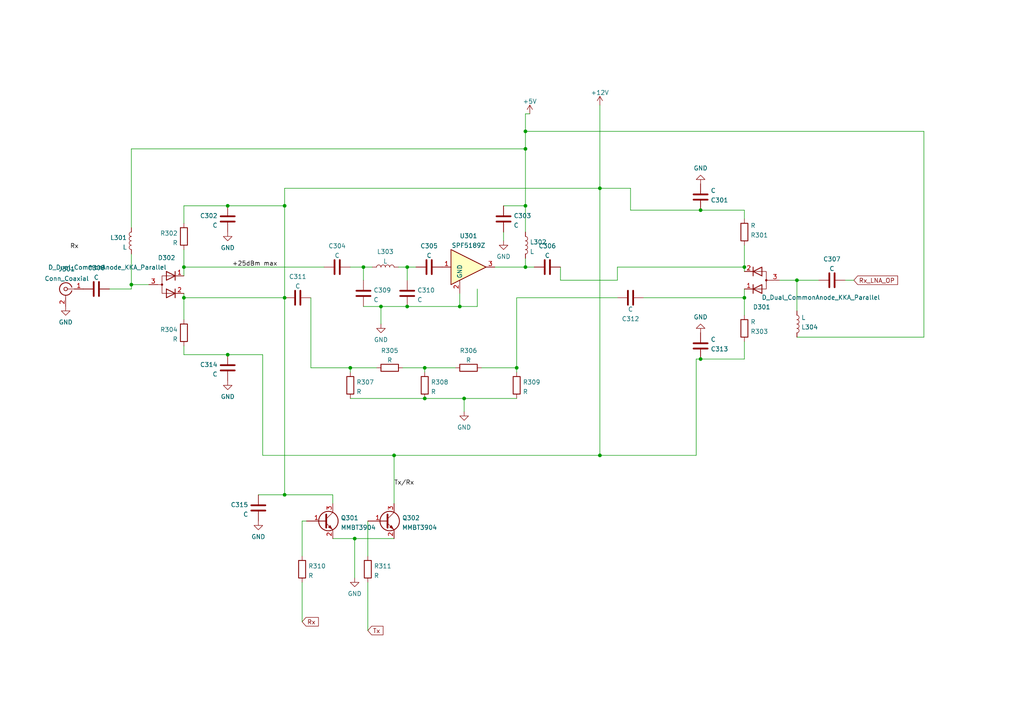
<source format=kicad_sch>
(kicad_sch (version 20211123) (generator eeschema)

  (uuid 2d14462a-2d1d-4556-8471-1ca07d17cb81)

  (paper "A4")

  (title_block
    (title "LNA Circuit")
  )

  (lib_symbols
    (symbol "Connector:Conn_Coaxial" (pin_names (offset 1.016) hide) (in_bom yes) (on_board yes)
      (property "Reference" "J" (id 0) (at 0.254 3.048 0)
        (effects (font (size 1.27 1.27)))
      )
      (property "Value" "Conn_Coaxial" (id 1) (at 2.921 0 90)
        (effects (font (size 1.27 1.27)))
      )
      (property "Footprint" "" (id 2) (at 0 0 0)
        (effects (font (size 1.27 1.27)) hide)
      )
      (property "Datasheet" " ~" (id 3) (at 0 0 0)
        (effects (font (size 1.27 1.27)) hide)
      )
      (property "ki_keywords" "BNC SMA SMB SMC LEMO coaxial connector CINCH RCA" (id 4) (at 0 0 0)
        (effects (font (size 1.27 1.27)) hide)
      )
      (property "ki_description" "coaxial connector (BNC, SMA, SMB, SMC, Cinch/RCA, LEMO, ...)" (id 5) (at 0 0 0)
        (effects (font (size 1.27 1.27)) hide)
      )
      (property "ki_fp_filters" "*BNC* *SMA* *SMB* *SMC* *Cinch* *LEMO*" (id 6) (at 0 0 0)
        (effects (font (size 1.27 1.27)) hide)
      )
      (symbol "Conn_Coaxial_0_1"
        (arc (start -1.778 -0.508) (mid 0.222 -1.808) (end 1.778 0)
          (stroke (width 0.254) (type default) (color 0 0 0 0))
          (fill (type none))
        )
        (polyline
          (pts
            (xy -2.54 0)
            (xy -0.508 0)
          )
          (stroke (width 0) (type default) (color 0 0 0 0))
          (fill (type none))
        )
        (polyline
          (pts
            (xy 0 -2.54)
            (xy 0 -1.778)
          )
          (stroke (width 0) (type default) (color 0 0 0 0))
          (fill (type none))
        )
        (circle (center 0 0) (radius 0.508)
          (stroke (width 0.2032) (type default) (color 0 0 0 0))
          (fill (type none))
        )
        (arc (start 1.778 0) (mid 0.222 1.8083) (end -1.778 0.508)
          (stroke (width 0.254) (type default) (color 0 0 0 0))
          (fill (type none))
        )
      )
      (symbol "Conn_Coaxial_1_1"
        (pin passive line (at -5.08 0 0) (length 2.54)
          (name "In" (effects (font (size 1.27 1.27))))
          (number "1" (effects (font (size 1.27 1.27))))
        )
        (pin passive line (at 0 -5.08 90) (length 2.54)
          (name "Ext" (effects (font (size 1.27 1.27))))
          (number "2" (effects (font (size 1.27 1.27))))
        )
      )
    )
    (symbol "Device:C" (pin_numbers hide) (pin_names (offset 0.254)) (in_bom yes) (on_board yes)
      (property "Reference" "C" (id 0) (at 0.635 2.54 0)
        (effects (font (size 1.27 1.27)) (justify left))
      )
      (property "Value" "C" (id 1) (at 0.635 -2.54 0)
        (effects (font (size 1.27 1.27)) (justify left))
      )
      (property "Footprint" "" (id 2) (at 0.9652 -3.81 0)
        (effects (font (size 1.27 1.27)) hide)
      )
      (property "Datasheet" "~" (id 3) (at 0 0 0)
        (effects (font (size 1.27 1.27)) hide)
      )
      (property "ki_keywords" "cap capacitor" (id 4) (at 0 0 0)
        (effects (font (size 1.27 1.27)) hide)
      )
      (property "ki_description" "Unpolarized capacitor" (id 5) (at 0 0 0)
        (effects (font (size 1.27 1.27)) hide)
      )
      (property "ki_fp_filters" "C_*" (id 6) (at 0 0 0)
        (effects (font (size 1.27 1.27)) hide)
      )
      (symbol "C_0_1"
        (polyline
          (pts
            (xy -2.032 -0.762)
            (xy 2.032 -0.762)
          )
          (stroke (width 0.508) (type default) (color 0 0 0 0))
          (fill (type none))
        )
        (polyline
          (pts
            (xy -2.032 0.762)
            (xy 2.032 0.762)
          )
          (stroke (width 0.508) (type default) (color 0 0 0 0))
          (fill (type none))
        )
      )
      (symbol "C_1_1"
        (pin passive line (at 0 3.81 270) (length 2.794)
          (name "~" (effects (font (size 1.27 1.27))))
          (number "1" (effects (font (size 1.27 1.27))))
        )
        (pin passive line (at 0 -3.81 90) (length 2.794)
          (name "~" (effects (font (size 1.27 1.27))))
          (number "2" (effects (font (size 1.27 1.27))))
        )
      )
    )
    (symbol "Device:D_Dual_CommonAnode_KKA_Parallel" (pin_names (offset 0.762) hide) (in_bom yes) (on_board yes)
      (property "Reference" "D" (id 0) (at 0 5.08 0)
        (effects (font (size 1.27 1.27)))
      )
      (property "Value" "D_Dual_CommonAnode_KKA_Parallel" (id 1) (at 0 -5.08 0)
        (effects (font (size 1.27 1.27)))
      )
      (property "Footprint" "" (id 2) (at -1.27 0 0)
        (effects (font (size 1.27 1.27)) hide)
      )
      (property "Datasheet" "~" (id 3) (at -1.27 0 0)
        (effects (font (size 1.27 1.27)) hide)
      )
      (property "ki_keywords" "diode" (id 4) (at 0 0 0)
        (effects (font (size 1.27 1.27)) hide)
      )
      (property "ki_description" "Dual diode, common anode on pin 1" (id 5) (at 0 0 0)
        (effects (font (size 1.27 1.27)) hide)
      )
      (symbol "D_Dual_CommonAnode_KKA_Parallel_0_0"
        (polyline
          (pts
            (xy 2.54 -3.81)
            (xy 2.54 -1.27)
          )
          (stroke (width 0.254) (type default) (color 0 0 0 0))
          (fill (type none))
        )
        (polyline
          (pts
            (xy 2.54 1.27)
            (xy 2.54 3.81)
          )
          (stroke (width 0.254) (type default) (color 0 0 0 0))
          (fill (type none))
        )
      )
      (symbol "D_Dual_CommonAnode_KKA_Parallel_0_1"
        (circle (center -1.27 0) (radius 0.254)
          (stroke (width 0) (type default) (color 0 0 0 0))
          (fill (type outline))
        )
        (polyline
          (pts
            (xy -1.27 0)
            (xy -2.54 0)
          )
          (stroke (width 0) (type default) (color 0 0 0 0))
          (fill (type none))
        )
        (polyline
          (pts
            (xy 2.54 2.54)
            (xy -1.27 2.54)
            (xy -1.27 -2.54)
            (xy 2.54 -2.54)
          )
          (stroke (width 0) (type default) (color 0 0 0 0))
          (fill (type none))
        )
        (polyline
          (pts
            (xy 0 -1.27)
            (xy 2.54 -2.54)
            (xy 0 -3.81)
            (xy 0 -1.27)
            (xy 0 -1.27)
            (xy 0 -1.27)
          )
          (stroke (width 0.254) (type default) (color 0 0 0 0))
          (fill (type none))
        )
        (polyline
          (pts
            (xy 0 3.81)
            (xy 2.54 2.54)
            (xy 0 1.27)
            (xy 0 3.81)
            (xy 0 3.81)
            (xy 0 3.81)
          )
          (stroke (width 0.254) (type default) (color 0 0 0 0))
          (fill (type none))
        )
        (pin passive line (at 5.08 2.54 180) (length 2.54)
          (name "K" (effects (font (size 1.27 1.27))))
          (number "1" (effects (font (size 1.27 1.27))))
        )
        (pin passive line (at 5.08 -2.54 180) (length 2.54)
          (name "K" (effects (font (size 1.27 1.27))))
          (number "2" (effects (font (size 1.27 1.27))))
        )
        (pin passive line (at -5.08 0 0) (length 2.54)
          (name "A" (effects (font (size 1.27 1.27))))
          (number "3" (effects (font (size 1.27 1.27))))
        )
      )
    )
    (symbol "Device:L" (pin_numbers hide) (pin_names (offset 1.016) hide) (in_bom yes) (on_board yes)
      (property "Reference" "L" (id 0) (at -1.27 0 90)
        (effects (font (size 1.27 1.27)))
      )
      (property "Value" "L" (id 1) (at 1.905 0 90)
        (effects (font (size 1.27 1.27)))
      )
      (property "Footprint" "" (id 2) (at 0 0 0)
        (effects (font (size 1.27 1.27)) hide)
      )
      (property "Datasheet" "~" (id 3) (at 0 0 0)
        (effects (font (size 1.27 1.27)) hide)
      )
      (property "ki_keywords" "inductor choke coil reactor magnetic" (id 4) (at 0 0 0)
        (effects (font (size 1.27 1.27)) hide)
      )
      (property "ki_description" "Inductor" (id 5) (at 0 0 0)
        (effects (font (size 1.27 1.27)) hide)
      )
      (property "ki_fp_filters" "Choke_* *Coil* Inductor_* L_*" (id 6) (at 0 0 0)
        (effects (font (size 1.27 1.27)) hide)
      )
      (symbol "L_0_1"
        (arc (start 0 -2.54) (mid 0.635 -1.905) (end 0 -1.27)
          (stroke (width 0) (type default) (color 0 0 0 0))
          (fill (type none))
        )
        (arc (start 0 -1.27) (mid 0.635 -0.635) (end 0 0)
          (stroke (width 0) (type default) (color 0 0 0 0))
          (fill (type none))
        )
        (arc (start 0 0) (mid 0.635 0.635) (end 0 1.27)
          (stroke (width 0) (type default) (color 0 0 0 0))
          (fill (type none))
        )
        (arc (start 0 1.27) (mid 0.635 1.905) (end 0 2.54)
          (stroke (width 0) (type default) (color 0 0 0 0))
          (fill (type none))
        )
      )
      (symbol "L_1_1"
        (pin passive line (at 0 3.81 270) (length 1.27)
          (name "1" (effects (font (size 1.27 1.27))))
          (number "1" (effects (font (size 1.27 1.27))))
        )
        (pin passive line (at 0 -3.81 90) (length 1.27)
          (name "2" (effects (font (size 1.27 1.27))))
          (number "2" (effects (font (size 1.27 1.27))))
        )
      )
    )
    (symbol "Device:R" (pin_numbers hide) (pin_names (offset 0)) (in_bom yes) (on_board yes)
      (property "Reference" "R" (id 0) (at 2.032 0 90)
        (effects (font (size 1.27 1.27)))
      )
      (property "Value" "R" (id 1) (at 0 0 90)
        (effects (font (size 1.27 1.27)))
      )
      (property "Footprint" "" (id 2) (at -1.778 0 90)
        (effects (font (size 1.27 1.27)) hide)
      )
      (property "Datasheet" "~" (id 3) (at 0 0 0)
        (effects (font (size 1.27 1.27)) hide)
      )
      (property "ki_keywords" "R res resistor" (id 4) (at 0 0 0)
        (effects (font (size 1.27 1.27)) hide)
      )
      (property "ki_description" "Resistor" (id 5) (at 0 0 0)
        (effects (font (size 1.27 1.27)) hide)
      )
      (property "ki_fp_filters" "R_*" (id 6) (at 0 0 0)
        (effects (font (size 1.27 1.27)) hide)
      )
      (symbol "R_0_1"
        (rectangle (start -1.016 -2.54) (end 1.016 2.54)
          (stroke (width 0.254) (type default) (color 0 0 0 0))
          (fill (type none))
        )
      )
      (symbol "R_1_1"
        (pin passive line (at 0 3.81 270) (length 1.27)
          (name "~" (effects (font (size 1.27 1.27))))
          (number "1" (effects (font (size 1.27 1.27))))
        )
        (pin passive line (at 0 -3.81 90) (length 1.27)
          (name "~" (effects (font (size 1.27 1.27))))
          (number "2" (effects (font (size 1.27 1.27))))
        )
      )
    )
    (symbol "RF_Amplifier:SPF5189Z" (in_bom yes) (on_board yes)
      (property "Reference" "U" (id 0) (at -1.27 7.62 0)
        (effects (font (size 1.27 1.27)))
      )
      (property "Value" "SPF5189Z" (id 1) (at 2.54 5.08 0)
        (effects (font (size 1.27 1.27)))
      )
      (property "Footprint" "Package_TO_SOT_SMD:SOT-89-3" (id 2) (at 1.27 10.16 0)
        (effects (font (size 1.27 1.27)) hide)
      )
      (property "Datasheet" "www.qorvo.com/products/d/da001910" (id 3) (at 0 0 0)
        (effects (font (size 1.27 1.27)) hide)
      )
      (property "ki_keywords" "RF GAIN BLOCK" (id 4) (at 0 0 0)
        (effects (font (size 1.27 1.27)) hide)
      )
      (property "ki_description" "50MHz to 4000MHz, GaAs pHEMT low noise MMIC amplifier, SOT-89" (id 5) (at 0 0 0)
        (effects (font (size 1.27 1.27)) hide)
      )
      (property "ki_fp_filters" "SOT?89*" (id 6) (at 0 0 0)
        (effects (font (size 1.27 1.27)) hide)
      )
      (symbol "SPF5189Z_0_1"
        (polyline
          (pts
            (xy 5.08 0)
            (xy -5.08 5.08)
            (xy -5.08 -5.08)
            (xy 5.08 0)
          )
          (stroke (width 0.254) (type default) (color 0 0 0 0))
          (fill (type background))
        )
      )
      (symbol "SPF5189Z_1_1"
        (pin input line (at -7.62 0 0) (length 2.54)
          (name "~" (effects (font (size 1.27 1.27))))
          (number "1" (effects (font (size 1.27 1.27))))
        )
        (pin power_in line (at -2.54 -7.62 90) (length 3.81)
          (name "GND" (effects (font (size 1.27 1.27))))
          (number "2" (effects (font (size 1.27 1.27))))
        )
        (pin output line (at 7.62 0 180) (length 2.54)
          (name "~" (effects (font (size 1.27 1.27))))
          (number "3" (effects (font (size 1.27 1.27))))
        )
      )
    )
    (symbol "Transistor_BJT:MMBT3904" (pin_names (offset 0) hide) (in_bom yes) (on_board yes)
      (property "Reference" "Q" (id 0) (at 5.08 1.905 0)
        (effects (font (size 1.27 1.27)) (justify left))
      )
      (property "Value" "MMBT3904" (id 1) (at 5.08 0 0)
        (effects (font (size 1.27 1.27)) (justify left))
      )
      (property "Footprint" "Package_TO_SOT_SMD:SOT-23" (id 2) (at 5.08 -1.905 0)
        (effects (font (size 1.27 1.27) italic) (justify left) hide)
      )
      (property "Datasheet" "https://www.onsemi.com/pub/Collateral/2N3903-D.PDF" (id 3) (at 0 0 0)
        (effects (font (size 1.27 1.27)) (justify left) hide)
      )
      (property "ki_keywords" "NPN Transistor" (id 4) (at 0 0 0)
        (effects (font (size 1.27 1.27)) hide)
      )
      (property "ki_description" "0.2A Ic, 40V Vce, Small Signal NPN Transistor, SOT-23" (id 5) (at 0 0 0)
        (effects (font (size 1.27 1.27)) hide)
      )
      (property "ki_fp_filters" "SOT?23*" (id 6) (at 0 0 0)
        (effects (font (size 1.27 1.27)) hide)
      )
      (symbol "MMBT3904_0_1"
        (polyline
          (pts
            (xy 0.635 0.635)
            (xy 2.54 2.54)
          )
          (stroke (width 0) (type default) (color 0 0 0 0))
          (fill (type none))
        )
        (polyline
          (pts
            (xy 0.635 -0.635)
            (xy 2.54 -2.54)
            (xy 2.54 -2.54)
          )
          (stroke (width 0) (type default) (color 0 0 0 0))
          (fill (type none))
        )
        (polyline
          (pts
            (xy 0.635 1.905)
            (xy 0.635 -1.905)
            (xy 0.635 -1.905)
          )
          (stroke (width 0.508) (type default) (color 0 0 0 0))
          (fill (type none))
        )
        (polyline
          (pts
            (xy 1.27 -1.778)
            (xy 1.778 -1.27)
            (xy 2.286 -2.286)
            (xy 1.27 -1.778)
            (xy 1.27 -1.778)
          )
          (stroke (width 0) (type default) (color 0 0 0 0))
          (fill (type outline))
        )
        (circle (center 1.27 0) (radius 2.8194)
          (stroke (width 0.254) (type default) (color 0 0 0 0))
          (fill (type none))
        )
      )
      (symbol "MMBT3904_1_1"
        (pin input line (at -5.08 0 0) (length 5.715)
          (name "B" (effects (font (size 1.27 1.27))))
          (number "1" (effects (font (size 1.27 1.27))))
        )
        (pin passive line (at 2.54 -5.08 90) (length 2.54)
          (name "E" (effects (font (size 1.27 1.27))))
          (number "2" (effects (font (size 1.27 1.27))))
        )
        (pin passive line (at 2.54 5.08 270) (length 2.54)
          (name "C" (effects (font (size 1.27 1.27))))
          (number "3" (effects (font (size 1.27 1.27))))
        )
      )
    )
    (symbol "power:+12V" (power) (pin_names (offset 0)) (in_bom yes) (on_board yes)
      (property "Reference" "#PWR" (id 0) (at 0 -3.81 0)
        (effects (font (size 1.27 1.27)) hide)
      )
      (property "Value" "+12V" (id 1) (at 0 3.556 0)
        (effects (font (size 1.27 1.27)))
      )
      (property "Footprint" "" (id 2) (at 0 0 0)
        (effects (font (size 1.27 1.27)) hide)
      )
      (property "Datasheet" "" (id 3) (at 0 0 0)
        (effects (font (size 1.27 1.27)) hide)
      )
      (property "ki_keywords" "power-flag" (id 4) (at 0 0 0)
        (effects (font (size 1.27 1.27)) hide)
      )
      (property "ki_description" "Power symbol creates a global label with name \"+12V\"" (id 5) (at 0 0 0)
        (effects (font (size 1.27 1.27)) hide)
      )
      (symbol "+12V_0_1"
        (polyline
          (pts
            (xy -0.762 1.27)
            (xy 0 2.54)
          )
          (stroke (width 0) (type default) (color 0 0 0 0))
          (fill (type none))
        )
        (polyline
          (pts
            (xy 0 0)
            (xy 0 2.54)
          )
          (stroke (width 0) (type default) (color 0 0 0 0))
          (fill (type none))
        )
        (polyline
          (pts
            (xy 0 2.54)
            (xy 0.762 1.27)
          )
          (stroke (width 0) (type default) (color 0 0 0 0))
          (fill (type none))
        )
      )
      (symbol "+12V_1_1"
        (pin power_in line (at 0 0 90) (length 0) hide
          (name "+12V" (effects (font (size 1.27 1.27))))
          (number "1" (effects (font (size 1.27 1.27))))
        )
      )
    )
    (symbol "power:+5V" (power) (pin_names (offset 0)) (in_bom yes) (on_board yes)
      (property "Reference" "#PWR" (id 0) (at 0 -3.81 0)
        (effects (font (size 1.27 1.27)) hide)
      )
      (property "Value" "+5V" (id 1) (at 0 3.556 0)
        (effects (font (size 1.27 1.27)))
      )
      (property "Footprint" "" (id 2) (at 0 0 0)
        (effects (font (size 1.27 1.27)) hide)
      )
      (property "Datasheet" "" (id 3) (at 0 0 0)
        (effects (font (size 1.27 1.27)) hide)
      )
      (property "ki_keywords" "power-flag" (id 4) (at 0 0 0)
        (effects (font (size 1.27 1.27)) hide)
      )
      (property "ki_description" "Power symbol creates a global label with name \"+5V\"" (id 5) (at 0 0 0)
        (effects (font (size 1.27 1.27)) hide)
      )
      (symbol "+5V_0_1"
        (polyline
          (pts
            (xy -0.762 1.27)
            (xy 0 2.54)
          )
          (stroke (width 0) (type default) (color 0 0 0 0))
          (fill (type none))
        )
        (polyline
          (pts
            (xy 0 0)
            (xy 0 2.54)
          )
          (stroke (width 0) (type default) (color 0 0 0 0))
          (fill (type none))
        )
        (polyline
          (pts
            (xy 0 2.54)
            (xy 0.762 1.27)
          )
          (stroke (width 0) (type default) (color 0 0 0 0))
          (fill (type none))
        )
      )
      (symbol "+5V_1_1"
        (pin power_in line (at 0 0 90) (length 0) hide
          (name "+5V" (effects (font (size 1.27 1.27))))
          (number "1" (effects (font (size 1.27 1.27))))
        )
      )
    )
    (symbol "power:GND" (power) (pin_names (offset 0)) (in_bom yes) (on_board yes)
      (property "Reference" "#PWR" (id 0) (at 0 -6.35 0)
        (effects (font (size 1.27 1.27)) hide)
      )
      (property "Value" "GND" (id 1) (at 0 -3.81 0)
        (effects (font (size 1.27 1.27)))
      )
      (property "Footprint" "" (id 2) (at 0 0 0)
        (effects (font (size 1.27 1.27)) hide)
      )
      (property "Datasheet" "" (id 3) (at 0 0 0)
        (effects (font (size 1.27 1.27)) hide)
      )
      (property "ki_keywords" "power-flag" (id 4) (at 0 0 0)
        (effects (font (size 1.27 1.27)) hide)
      )
      (property "ki_description" "Power symbol creates a global label with name \"GND\" , ground" (id 5) (at 0 0 0)
        (effects (font (size 1.27 1.27)) hide)
      )
      (symbol "GND_0_1"
        (polyline
          (pts
            (xy 0 0)
            (xy 0 -1.27)
            (xy 1.27 -1.27)
            (xy 0 -2.54)
            (xy -1.27 -1.27)
            (xy 0 -1.27)
          )
          (stroke (width 0) (type default) (color 0 0 0 0))
          (fill (type none))
        )
      )
      (symbol "GND_1_1"
        (pin power_in line (at 0 0 270) (length 0) hide
          (name "GND" (effects (font (size 1.27 1.27))))
          (number "1" (effects (font (size 1.27 1.27))))
        )
      )
    )
  )

  (junction (at 152.4 77.47) (diameter 0) (color 0 0 0 0)
    (uuid 0938f2c6-f84d-414a-a3b7-3f9a89b9a78d)
  )
  (junction (at 133.35 88.9) (diameter 0) (color 0 0 0 0)
    (uuid 15535c83-587a-4847-9957-3807322142c0)
  )
  (junction (at 203.2 104.14) (diameter 0) (color 0 0 0 0)
    (uuid 158d4917-4701-4fd9-91a8-27c12ec51018)
  )
  (junction (at 101.6 106.68) (diameter 0) (color 0 0 0 0)
    (uuid 1b93046c-28ec-44db-a9e9-132d31d302ce)
  )
  (junction (at 215.9 77.47) (diameter 0) (color 0 0 0 0)
    (uuid 1d6a1227-b720-4aba-94d4-9bae4ac456dc)
  )
  (junction (at 152.4 38.1) (diameter 0) (color 0 0 0 0)
    (uuid 1f3907cd-f3df-4b5e-b089-3e8c5a908e93)
  )
  (junction (at 118.11 88.9) (diameter 0) (color 0 0 0 0)
    (uuid 1ff2a03b-2645-4e81-a468-19778befb2ef)
  )
  (junction (at 134.62 115.57) (diameter 0) (color 0 0 0 0)
    (uuid 22702822-5a97-462f-a63a-f1378e608eb3)
  )
  (junction (at 105.41 77.47) (diameter 0) (color 0 0 0 0)
    (uuid 2b08ff88-129a-4c97-9687-1d8a517dd5b7)
  )
  (junction (at 38.1 82.55) (diameter 0) (color 0 0 0 0)
    (uuid 2d987a4a-c40d-447a-b5e7-c4bd0e07757d)
  )
  (junction (at 152.4 59.69) (diameter 0) (color 0 0 0 0)
    (uuid 304b3c54-bd37-476a-98f4-0f250816add9)
  )
  (junction (at 53.34 77.47) (diameter 0) (color 0 0 0 0)
    (uuid 30ac413a-21a8-473d-bdfe-d517cb7b75ca)
  )
  (junction (at 123.19 115.57) (diameter 0) (color 0 0 0 0)
    (uuid 3c41d82b-8405-4bfa-a9b5-f504becca4d7)
  )
  (junction (at 82.55 59.69) (diameter 0) (color 0 0 0 0)
    (uuid 41b76f64-7406-47a5-b12d-dbe23acaa84f)
  )
  (junction (at 66.04 59.69) (diameter 0) (color 0 0 0 0)
    (uuid 44681856-3c12-4f6b-a588-b0d5e9243d70)
  )
  (junction (at 66.04 102.87) (diameter 0) (color 0 0 0 0)
    (uuid 47b4be20-4ecc-4148-ac4d-6e6891663eca)
  )
  (junction (at 173.99 132.08) (diameter 0) (color 0 0 0 0)
    (uuid 47dc0481-4f48-4555-a23b-31065fab7cd0)
  )
  (junction (at 152.4 43.18) (diameter 0) (color 0 0 0 0)
    (uuid 4c746c30-8982-493b-839c-beda8973c326)
  )
  (junction (at 118.11 77.47) (diameter 0) (color 0 0 0 0)
    (uuid 4e4abdec-8f30-4127-b73e-95516f84f8b5)
  )
  (junction (at 114.3 132.08) (diameter 0) (color 0 0 0 0)
    (uuid 5a98db2f-362c-4e20-986a-5314a9883a0e)
  )
  (junction (at 110.49 88.9) (diameter 0) (color 0 0 0 0)
    (uuid 5f86609c-6996-43b8-bb7a-f47694d2ae52)
  )
  (junction (at 203.2 60.96) (diameter 0) (color 0 0 0 0)
    (uuid 7249d4f5-71d5-4d98-8bda-f893ed029d9e)
  )
  (junction (at 215.9 86.36) (diameter 0) (color 0 0 0 0)
    (uuid 741ef9bf-d0ca-4623-b363-08a4e9fd5b24)
  )
  (junction (at 53.34 86.36) (diameter 0) (color 0 0 0 0)
    (uuid 78500f25-0ca2-474d-9b31-f1524120ec61)
  )
  (junction (at 82.55 86.36) (diameter 0) (color 0 0 0 0)
    (uuid 8b05e9fa-9931-4d5e-b6ef-45efb4e85719)
  )
  (junction (at 231.14 81.28) (diameter 0) (color 0 0 0 0)
    (uuid a8fd7670-7ca7-4c9a-8e98-a431eee7acf5)
  )
  (junction (at 82.55 143.51) (diameter 0) (color 0 0 0 0)
    (uuid b38d53ee-2b58-490b-b9a8-0fa94f21b127)
  )
  (junction (at 123.19 106.68) (diameter 0) (color 0 0 0 0)
    (uuid b82eaac7-6f2c-43c4-8656-417481951394)
  )
  (junction (at 173.99 54.61) (diameter 0) (color 0 0 0 0)
    (uuid dde0a94d-9f7e-4c0d-b9bd-67d919096fa1)
  )
  (junction (at 102.87 156.21) (diameter 0) (color 0 0 0 0)
    (uuid e02cc154-2e4b-4cc3-94d2-75105d00954f)
  )
  (junction (at 149.86 106.68) (diameter 0) (color 0 0 0 0)
    (uuid e873729b-d336-4b7e-a24a-b41fe85fdddf)
  )

  (wire (pts (xy 173.99 132.08) (xy 201.93 132.08))
    (stroke (width 0) (type default) (color 0 0 0 0))
    (uuid 03593f19-5570-4700-a6fc-afccfe8707d5)
  )
  (wire (pts (xy 215.9 86.36) (xy 215.9 83.82))
    (stroke (width 0) (type default) (color 0 0 0 0))
    (uuid 09645805-3565-4a5a-b43b-375d7bac22d5)
  )
  (wire (pts (xy 87.63 168.91) (xy 87.63 180.34))
    (stroke (width 0) (type default) (color 0 0 0 0))
    (uuid 0ffd9c88-1117-4587-890d-074a10d28172)
  )
  (wire (pts (xy 182.88 60.96) (xy 203.2 60.96))
    (stroke (width 0) (type default) (color 0 0 0 0))
    (uuid 10e3ca4b-6dd6-46d0-b031-216fa78fc3f9)
  )
  (wire (pts (xy 179.07 81.28) (xy 179.07 77.47))
    (stroke (width 0) (type default) (color 0 0 0 0))
    (uuid 1ae98f8d-c847-4450-b9ac-4f83a4e3d05a)
  )
  (wire (pts (xy 101.6 107.95) (xy 101.6 106.68))
    (stroke (width 0) (type default) (color 0 0 0 0))
    (uuid 1d17904d-638f-48f3-894f-0144911f4a7c)
  )
  (wire (pts (xy 146.05 67.31) (xy 146.05 69.85))
    (stroke (width 0) (type default) (color 0 0 0 0))
    (uuid 1ebd2eb5-c74b-4fb0-a2fa-ea673348dfd8)
  )
  (wire (pts (xy 74.93 143.51) (xy 82.55 143.51))
    (stroke (width 0) (type default) (color 0 0 0 0))
    (uuid 21d8c47c-4cf0-4c07-9491-9a6bb6d4083a)
  )
  (wire (pts (xy 101.6 115.57) (xy 123.19 115.57))
    (stroke (width 0) (type default) (color 0 0 0 0))
    (uuid 23c7e4f2-40f5-4840-8d08-1acb173866b4)
  )
  (wire (pts (xy 101.6 77.47) (xy 105.41 77.47))
    (stroke (width 0) (type default) (color 0 0 0 0))
    (uuid 2645fe69-de37-4c7b-9357-95972b4f1cd7)
  )
  (wire (pts (xy 215.9 78.74) (xy 215.9 77.47))
    (stroke (width 0) (type default) (color 0 0 0 0))
    (uuid 2a5f892a-ab16-4a02-bebd-6852f0404a3e)
  )
  (wire (pts (xy 201.93 104.14) (xy 203.2 104.14))
    (stroke (width 0) (type default) (color 0 0 0 0))
    (uuid 2b1b7797-1c8d-42ec-8656-7380925088e6)
  )
  (wire (pts (xy 53.34 72.39) (xy 53.34 77.47))
    (stroke (width 0) (type default) (color 0 0 0 0))
    (uuid 2edb1d62-d64b-4d18-8b8e-20a3f10d37a5)
  )
  (wire (pts (xy 162.56 81.28) (xy 179.07 81.28))
    (stroke (width 0) (type default) (color 0 0 0 0))
    (uuid 2f80d5fe-c999-4dfe-8df0-597b5a63b023)
  )
  (wire (pts (xy 66.04 59.69) (xy 53.34 59.69))
    (stroke (width 0) (type default) (color 0 0 0 0))
    (uuid 39ac3426-5046-49d6-a48c-f54b57a87631)
  )
  (wire (pts (xy 116.84 106.68) (xy 123.19 106.68))
    (stroke (width 0) (type default) (color 0 0 0 0))
    (uuid 3acb1aa5-55f2-44d6-b77c-dc19e51dbbd2)
  )
  (wire (pts (xy 105.41 88.9) (xy 110.49 88.9))
    (stroke (width 0) (type default) (color 0 0 0 0))
    (uuid 3b1097dc-8c9e-4cef-b7a1-b529b4dab746)
  )
  (wire (pts (xy 66.04 59.69) (xy 82.55 59.69))
    (stroke (width 0) (type default) (color 0 0 0 0))
    (uuid 3cd8e57b-7a37-486d-aa9c-3968fc216d22)
  )
  (wire (pts (xy 38.1 43.18) (xy 152.4 43.18))
    (stroke (width 0) (type default) (color 0 0 0 0))
    (uuid 3d0ffb99-3fe7-4b74-a599-53e7042a1c2e)
  )
  (wire (pts (xy 105.41 77.47) (xy 107.95 77.47))
    (stroke (width 0) (type default) (color 0 0 0 0))
    (uuid 4097a203-760e-4850-9e1b-92ceefdd3ce0)
  )
  (wire (pts (xy 114.3 132.08) (xy 173.99 132.08))
    (stroke (width 0) (type default) (color 0 0 0 0))
    (uuid 436d9412-51d7-4b13-b8c9-785bdde990d1)
  )
  (wire (pts (xy 146.05 59.69) (xy 152.4 59.69))
    (stroke (width 0) (type default) (color 0 0 0 0))
    (uuid 46adaa7f-aa9d-49bc-b853-63d71e7a7990)
  )
  (wire (pts (xy 82.55 86.36) (xy 53.34 86.36))
    (stroke (width 0) (type default) (color 0 0 0 0))
    (uuid 49f1a2b5-208f-4a81-b3ce-1cbf779706d3)
  )
  (wire (pts (xy 53.34 77.47) (xy 53.34 80.01))
    (stroke (width 0) (type default) (color 0 0 0 0))
    (uuid 4b2cb5a4-78b4-4326-9ad3-74fd1c1b2fd0)
  )
  (wire (pts (xy 173.99 54.61) (xy 182.88 54.61))
    (stroke (width 0) (type default) (color 0 0 0 0))
    (uuid 4bbbd8c8-4e36-4cd9-a712-7bf873ec1ef3)
  )
  (wire (pts (xy 115.57 77.47) (xy 118.11 77.47))
    (stroke (width 0) (type default) (color 0 0 0 0))
    (uuid 4bcb85b4-3fe3-4970-bbb3-1b461ccb39c3)
  )
  (wire (pts (xy 76.2 132.08) (xy 114.3 132.08))
    (stroke (width 0) (type default) (color 0 0 0 0))
    (uuid 4bd4cc27-8e6b-4626-95f2-16db0f78fd3b)
  )
  (wire (pts (xy 114.3 132.08) (xy 114.3 146.05))
    (stroke (width 0) (type default) (color 0 0 0 0))
    (uuid 519c04a5-b809-4083-bdcb-581e5798f389)
  )
  (wire (pts (xy 149.86 86.36) (xy 149.86 106.68))
    (stroke (width 0) (type default) (color 0 0 0 0))
    (uuid 51d58547-fbd2-45d4-a1d7-034935dc80f0)
  )
  (wire (pts (xy 231.14 81.28) (xy 231.14 90.17))
    (stroke (width 0) (type default) (color 0 0 0 0))
    (uuid 52d2425b-68b1-42bb-9a15-d28ea53f223a)
  )
  (wire (pts (xy 106.68 151.13) (xy 106.68 161.29))
    (stroke (width 0) (type default) (color 0 0 0 0))
    (uuid 5a99edb4-f6ec-43da-993f-41c74b734eb2)
  )
  (wire (pts (xy 82.55 59.69) (xy 82.55 54.61))
    (stroke (width 0) (type default) (color 0 0 0 0))
    (uuid 6033c745-841b-4fba-999f-d9ad2b7f73e8)
  )
  (wire (pts (xy 38.1 82.55) (xy 38.1 73.66))
    (stroke (width 0) (type default) (color 0 0 0 0))
    (uuid 66d18b38-4ac1-45bc-85a2-0b55a455ae90)
  )
  (wire (pts (xy 90.17 86.36) (xy 90.17 106.68))
    (stroke (width 0) (type default) (color 0 0 0 0))
    (uuid 6a680a82-807a-4fb6-9006-3a26f9dfe104)
  )
  (wire (pts (xy 123.19 115.57) (xy 134.62 115.57))
    (stroke (width 0) (type default) (color 0 0 0 0))
    (uuid 6b66a4fe-82c2-484e-b2b0-47e7ab549c52)
  )
  (wire (pts (xy 82.55 143.51) (xy 96.52 143.51))
    (stroke (width 0) (type default) (color 0 0 0 0))
    (uuid 6bcae9cc-bd52-4f97-82ef-304a9a747f94)
  )
  (wire (pts (xy 110.49 88.9) (xy 118.11 88.9))
    (stroke (width 0) (type default) (color 0 0 0 0))
    (uuid 6cc6419e-2483-4cd1-9f74-364b6b34e338)
  )
  (wire (pts (xy 66.04 102.87) (xy 76.2 102.87))
    (stroke (width 0) (type default) (color 0 0 0 0))
    (uuid 70872a3b-1fee-4f28-a71a-2236ba86a073)
  )
  (wire (pts (xy 179.07 86.36) (xy 149.86 86.36))
    (stroke (width 0) (type default) (color 0 0 0 0))
    (uuid 70a779b4-894f-434d-9ba2-6651c621199c)
  )
  (wire (pts (xy 203.2 104.14) (xy 215.9 104.14))
    (stroke (width 0) (type default) (color 0 0 0 0))
    (uuid 7236ee41-638f-4d39-8f7c-f4381f9e5169)
  )
  (wire (pts (xy 149.86 106.68) (xy 149.86 107.95))
    (stroke (width 0) (type default) (color 0 0 0 0))
    (uuid 734f1017-c927-4f97-b6ca-5801b995b702)
  )
  (wire (pts (xy 76.2 102.87) (xy 76.2 132.08))
    (stroke (width 0) (type default) (color 0 0 0 0))
    (uuid 74075434-8744-4dbf-abdf-b3b3c2f10cd1)
  )
  (wire (pts (xy 152.4 33.02) (xy 153.67 33.02))
    (stroke (width 0) (type default) (color 0 0 0 0))
    (uuid 7a8bd6fa-f1df-4ebf-bfbc-7ac8a340abea)
  )
  (wire (pts (xy 152.4 59.69) (xy 152.4 43.18))
    (stroke (width 0) (type default) (color 0 0 0 0))
    (uuid 7ad46f83-5d9e-418e-9b70-26911b1e8010)
  )
  (wire (pts (xy 152.4 67.31) (xy 152.4 59.69))
    (stroke (width 0) (type default) (color 0 0 0 0))
    (uuid 7e0b3e94-e98a-4eec-b100-516148a545bd)
  )
  (wire (pts (xy 66.04 102.87) (xy 53.34 102.87))
    (stroke (width 0) (type default) (color 0 0 0 0))
    (uuid 80158fc2-d0a2-468a-aace-8a6d2deb2ce2)
  )
  (wire (pts (xy 231.14 81.28) (xy 237.49 81.28))
    (stroke (width 0) (type default) (color 0 0 0 0))
    (uuid 857f0f5c-ff17-4f38-a78c-6298f44c04ce)
  )
  (wire (pts (xy 215.9 91.44) (xy 215.9 86.36))
    (stroke (width 0) (type default) (color 0 0 0 0))
    (uuid 864008af-2635-4251-97e3-e1502fbaf0d0)
  )
  (wire (pts (xy 173.99 30.48) (xy 173.99 54.61))
    (stroke (width 0) (type default) (color 0 0 0 0))
    (uuid 9389fcf1-09bd-481d-a4ef-9384a42d56e2)
  )
  (wire (pts (xy 90.17 106.68) (xy 101.6 106.68))
    (stroke (width 0) (type default) (color 0 0 0 0))
    (uuid 96ec64e7-b1f6-467e-abfe-59f52f73d590)
  )
  (wire (pts (xy 173.99 54.61) (xy 173.99 132.08))
    (stroke (width 0) (type default) (color 0 0 0 0))
    (uuid 98e5169e-44e1-417e-9e93-bfc6a77ecc4c)
  )
  (wire (pts (xy 203.2 60.96) (xy 215.9 60.96))
    (stroke (width 0) (type default) (color 0 0 0 0))
    (uuid 9928227c-53f0-4ad1-bc5a-82e72559b2c4)
  )
  (wire (pts (xy 215.9 77.47) (xy 215.9 71.12))
    (stroke (width 0) (type default) (color 0 0 0 0))
    (uuid 9a011279-084d-48fa-a14e-f4aa89c9699e)
  )
  (wire (pts (xy 182.88 54.61) (xy 182.88 60.96))
    (stroke (width 0) (type default) (color 0 0 0 0))
    (uuid 9bd3b295-cf9b-4409-8a15-32cee0098743)
  )
  (wire (pts (xy 82.55 54.61) (xy 173.99 54.61))
    (stroke (width 0) (type default) (color 0 0 0 0))
    (uuid 9c3344ad-2b12-4670-9290-da422ffdbe3c)
  )
  (wire (pts (xy 53.34 59.69) (xy 53.34 64.77))
    (stroke (width 0) (type default) (color 0 0 0 0))
    (uuid 9e9d013e-a1d4-4eb5-8f70-a7eaa485ef43)
  )
  (wire (pts (xy 53.34 100.33) (xy 53.34 102.87))
    (stroke (width 0) (type default) (color 0 0 0 0))
    (uuid a16530cc-5f1c-43ea-82bb-85e6ee702f24)
  )
  (wire (pts (xy 226.06 81.28) (xy 231.14 81.28))
    (stroke (width 0) (type default) (color 0 0 0 0))
    (uuid a22519b5-79ee-4085-8578-d5e06e3fdbab)
  )
  (wire (pts (xy 82.55 86.36) (xy 82.55 143.51))
    (stroke (width 0) (type default) (color 0 0 0 0))
    (uuid a456bd40-b2fd-424c-b931-b7b320bd8eee)
  )
  (wire (pts (xy 101.6 106.68) (xy 109.22 106.68))
    (stroke (width 0) (type default) (color 0 0 0 0))
    (uuid a857533f-9202-4f5b-bf5f-10237709afa0)
  )
  (wire (pts (xy 123.19 106.68) (xy 123.19 107.95))
    (stroke (width 0) (type default) (color 0 0 0 0))
    (uuid a86e114e-d6ff-43e3-b6ae-910ea32f6fd4)
  )
  (wire (pts (xy 102.87 156.21) (xy 102.87 167.64))
    (stroke (width 0) (type default) (color 0 0 0 0))
    (uuid a94c856f-aa13-433f-9f44-bd4724bec9ed)
  )
  (wire (pts (xy 118.11 88.9) (xy 133.35 88.9))
    (stroke (width 0) (type default) (color 0 0 0 0))
    (uuid a9b494db-c60a-4c7a-b626-52d03452ac38)
  )
  (wire (pts (xy 215.9 104.14) (xy 215.9 99.06))
    (stroke (width 0) (type default) (color 0 0 0 0))
    (uuid acfc5f11-2eb3-425f-bb8d-57c150ba2486)
  )
  (wire (pts (xy 179.07 77.47) (xy 215.9 77.47))
    (stroke (width 0) (type default) (color 0 0 0 0))
    (uuid b07d21d5-091a-46e2-8500-530b8cf132fc)
  )
  (wire (pts (xy 38.1 83.82) (xy 38.1 82.55))
    (stroke (width 0) (type default) (color 0 0 0 0))
    (uuid b1895e96-9c1c-42ce-97b2-3819579aa27d)
  )
  (wire (pts (xy 215.9 63.5) (xy 215.9 60.96))
    (stroke (width 0) (type default) (color 0 0 0 0))
    (uuid b26e25fa-4248-4a10-816e-6b6f0ba9d2b3)
  )
  (wire (pts (xy 87.63 151.13) (xy 87.63 161.29))
    (stroke (width 0) (type default) (color 0 0 0 0))
    (uuid b38ab87e-e387-4450-8674-9e4e14fdc4aa)
  )
  (wire (pts (xy 152.4 38.1) (xy 152.4 33.02))
    (stroke (width 0) (type default) (color 0 0 0 0))
    (uuid b68bc2ba-740c-4532-ae14-235eafc7d826)
  )
  (wire (pts (xy 53.34 85.09) (xy 53.34 86.36))
    (stroke (width 0) (type default) (color 0 0 0 0))
    (uuid b94151e3-6985-4e1a-8f73-2e6881fa867c)
  )
  (wire (pts (xy 139.7 106.68) (xy 149.86 106.68))
    (stroke (width 0) (type default) (color 0 0 0 0))
    (uuid ba9284ec-f2dd-408d-8f3b-91d82a78a454)
  )
  (wire (pts (xy 31.75 83.82) (xy 38.1 83.82))
    (stroke (width 0) (type default) (color 0 0 0 0))
    (uuid be97db62-f1ff-4bf3-9f42-71df529042ce)
  )
  (wire (pts (xy 118.11 81.28) (xy 118.11 77.47))
    (stroke (width 0) (type default) (color 0 0 0 0))
    (uuid c0f3bead-0bd6-45bd-bc7b-f65bfd4f18c0)
  )
  (wire (pts (xy 43.18 82.55) (xy 38.1 82.55))
    (stroke (width 0) (type default) (color 0 0 0 0))
    (uuid c26e5955-17c4-4a31-b236-5a41632934d3)
  )
  (wire (pts (xy 133.35 88.9) (xy 138.43 88.9))
    (stroke (width 0) (type default) (color 0 0 0 0))
    (uuid c28382a9-b2a9-4b4d-abea-83ffdc37b94a)
  )
  (wire (pts (xy 186.69 86.36) (xy 215.9 86.36))
    (stroke (width 0) (type default) (color 0 0 0 0))
    (uuid c4996991-33d5-4a77-a99d-7ef43466f010)
  )
  (wire (pts (xy 143.51 77.47) (xy 152.4 77.47))
    (stroke (width 0) (type default) (color 0 0 0 0))
    (uuid c9666631-0a7d-4eec-bc6e-89a4863314fa)
  )
  (wire (pts (xy 133.35 88.9) (xy 133.35 85.09))
    (stroke (width 0) (type default) (color 0 0 0 0))
    (uuid ca39b843-dd15-4b4f-9145-0a2760248036)
  )
  (wire (pts (xy 106.68 168.91) (xy 106.68 182.88))
    (stroke (width 0) (type default) (color 0 0 0 0))
    (uuid cd686fa2-3907-48d7-9aa3-708fb6aa952b)
  )
  (wire (pts (xy 96.52 156.21) (xy 102.87 156.21))
    (stroke (width 0) (type default) (color 0 0 0 0))
    (uuid cf6c9828-d663-47f6-a4ca-8ec07a2d5311)
  )
  (wire (pts (xy 152.4 74.93) (xy 152.4 77.47))
    (stroke (width 0) (type default) (color 0 0 0 0))
    (uuid cfa2db1e-d089-42d1-a3b2-34379c8f1efa)
  )
  (wire (pts (xy 231.14 97.79) (xy 267.97 97.79))
    (stroke (width 0) (type default) (color 0 0 0 0))
    (uuid d58aee08-764b-495e-ad45-18c000aae31b)
  )
  (wire (pts (xy 152.4 77.47) (xy 154.94 77.47))
    (stroke (width 0) (type default) (color 0 0 0 0))
    (uuid d902d4cd-e274-49d3-b862-2960bb7834c4)
  )
  (wire (pts (xy 123.19 106.68) (xy 132.08 106.68))
    (stroke (width 0) (type default) (color 0 0 0 0))
    (uuid d95ea8a1-f864-42a4-9c78-0cd287187e0a)
  )
  (wire (pts (xy 118.11 77.47) (xy 120.65 77.47))
    (stroke (width 0) (type default) (color 0 0 0 0))
    (uuid d9f09d7a-365d-4c25-9975-113cb6626816)
  )
  (wire (pts (xy 96.52 143.51) (xy 96.52 146.05))
    (stroke (width 0) (type default) (color 0 0 0 0))
    (uuid e0dc366a-91de-469c-9519-00ce64d02647)
  )
  (wire (pts (xy 134.62 115.57) (xy 149.86 115.57))
    (stroke (width 0) (type default) (color 0 0 0 0))
    (uuid e4d37f03-b2e6-40b3-8baa-8aba721e9376)
  )
  (wire (pts (xy 105.41 77.47) (xy 105.41 81.28))
    (stroke (width 0) (type default) (color 0 0 0 0))
    (uuid e99224a2-69db-4aed-b331-beeb6159528c)
  )
  (wire (pts (xy 88.9 151.13) (xy 87.63 151.13))
    (stroke (width 0) (type default) (color 0 0 0 0))
    (uuid ea82795e-83d7-4af6-be29-9d638dd1a42e)
  )
  (wire (pts (xy 201.93 132.08) (xy 201.93 104.14))
    (stroke (width 0) (type default) (color 0 0 0 0))
    (uuid eacfccdb-496f-4d23-be5f-1e7301d4a980)
  )
  (wire (pts (xy 134.62 115.57) (xy 134.62 119.38))
    (stroke (width 0) (type default) (color 0 0 0 0))
    (uuid ed576372-3500-45b2-9edc-f2390d2f54e2)
  )
  (wire (pts (xy 38.1 66.04) (xy 38.1 43.18))
    (stroke (width 0) (type default) (color 0 0 0 0))
    (uuid ef53bb34-7445-45f1-994b-3c51df8e8823)
  )
  (wire (pts (xy 267.97 97.79) (xy 267.97 38.1))
    (stroke (width 0) (type default) (color 0 0 0 0))
    (uuid f49feac5-a65e-47a5-9dac-96706dc167fe)
  )
  (wire (pts (xy 53.34 77.47) (xy 93.98 77.47))
    (stroke (width 0) (type default) (color 0 0 0 0))
    (uuid f54d1f06-f1a2-4692-a019-f97933d9ca26)
  )
  (wire (pts (xy 138.43 83.82) (xy 138.43 88.9))
    (stroke (width 0) (type default) (color 0 0 0 0))
    (uuid f60a8a1b-d446-41d2-a04c-d3d1dc2abea6)
  )
  (wire (pts (xy 162.56 77.47) (xy 162.56 81.28))
    (stroke (width 0) (type default) (color 0 0 0 0))
    (uuid f6f979ff-a1a7-4a87-89cb-bbcfdc344f17)
  )
  (wire (pts (xy 102.87 156.21) (xy 114.3 156.21))
    (stroke (width 0) (type default) (color 0 0 0 0))
    (uuid f8824121-5c2e-4d31-8731-4a8b3bb87bbc)
  )
  (wire (pts (xy 82.55 59.69) (xy 82.55 86.36))
    (stroke (width 0) (type default) (color 0 0 0 0))
    (uuid f9aefa77-a7f4-4a48-8606-c1a08e82b08a)
  )
  (wire (pts (xy 267.97 38.1) (xy 152.4 38.1))
    (stroke (width 0) (type default) (color 0 0 0 0))
    (uuid faf77604-f7a6-410f-89b4-59d461dad720)
  )
  (wire (pts (xy 110.49 88.9) (xy 110.49 93.98))
    (stroke (width 0) (type default) (color 0 0 0 0))
    (uuid fb86327d-efb2-45c0-bf20-16055d4b7806)
  )
  (wire (pts (xy 53.34 86.36) (xy 53.34 92.71))
    (stroke (width 0) (type default) (color 0 0 0 0))
    (uuid fc2542db-7fe0-40b1-8adc-2561bf269bee)
  )
  (wire (pts (xy 245.11 81.28) (xy 247.65 81.28))
    (stroke (width 0) (type default) (color 0 0 0 0))
    (uuid fd3b44ce-3f24-41f1-9b02-5a9988d00e7f)
  )
  (wire (pts (xy 152.4 43.18) (xy 152.4 38.1))
    (stroke (width 0) (type default) (color 0 0 0 0))
    (uuid ff33a365-9e74-479a-a788-4eca0fd94995)
  )

  (label "Tx{slash}Rx" (at 114.3 140.97 0)
    (effects (font (size 1.27 1.27)) (justify left bottom))
    (uuid 1c5ea616-a39d-40ac-92a4-ccfd992fdc70)
  )
  (label "Rx" (at 20.32 72.39 0)
    (effects (font (size 1.27 1.27)) (justify left bottom))
    (uuid 2f5e18d3-67df-49c3-8b3b-8492182a3e98)
  )
  (label "+25dBm max" (at 67.31 77.47 0)
    (effects (font (size 1.27 1.27)) (justify left bottom))
    (uuid cebc2ef2-9a02-4ee7-9014-0bb4ec3d2b6e)
  )

  (global_label "Tx" (shape input) (at 106.68 182.88 0) (fields_autoplaced)
    (effects (font (size 1.27 1.27)) (justify left))
    (uuid d2b4b2ee-5630-4ac4-9b87-cfbd210e2d67)
    (property "Intersheet References" "${INTERSHEET_REFS}" (id 0) (at 111.0888 182.8006 0)
      (effects (font (size 1.27 1.27)) (justify left))
    )
  )
  (global_label "Rx" (shape input) (at 87.63 180.34 0) (fields_autoplaced)
    (effects (font (size 1.27 1.27)) (justify left))
    (uuid d65d2559-1570-4c94-b5d4-607e42eab7c8)
    (property "Intersheet References" "${INTERSHEET_REFS}" (id 0) (at 92.3412 180.2606 0)
      (effects (font (size 1.27 1.27)) (justify left))
    )
  )
  (global_label "Rx_LNA_OP" (shape input) (at 247.65 81.28 0) (fields_autoplaced)
    (effects (font (size 1.27 1.27)) (justify left))
    (uuid e2715a43-46c6-497e-9741-9b0d95b4a26a)
    (property "Intersheet References" "${INTERSHEET_REFS}" (id 0) (at 260.3441 81.2006 0)
      (effects (font (size 1.27 1.27)) (justify left))
    )
  )

  (symbol (lib_id "Transistor_BJT:MMBT3904") (at 93.98 151.13 0) (unit 1)
    (in_bom yes) (on_board yes) (fields_autoplaced)
    (uuid 023011fd-8c6b-4c59-927b-38a6b78ac7d1)
    (property "Reference" "Q301" (id 0) (at 98.8314 150.2215 0)
      (effects (font (size 1.27 1.27)) (justify left))
    )
    (property "Value" "MMBT3904" (id 1) (at 98.8314 152.9966 0)
      (effects (font (size 1.27 1.27)) (justify left))
    )
    (property "Footprint" "Package_TO_SOT_SMD:SOT-23" (id 2) (at 99.06 153.035 0)
      (effects (font (size 1.27 1.27) italic) (justify left) hide)
    )
    (property "Datasheet" "https://www.onsemi.com/pub/Collateral/2N3903-D.PDF" (id 3) (at 93.98 151.13 0)
      (effects (font (size 1.27 1.27)) (justify left) hide)
    )
    (pin "1" (uuid 0a75f060-9ad0-4ebe-ae07-34bbdb9c610f))
    (pin "2" (uuid 826883eb-791a-4f94-b3a6-d07e9c71fba1))
    (pin "3" (uuid c46a482e-bfa4-4ed5-a49f-3179709c39a1))
  )

  (symbol (lib_id "Device:R") (at 149.86 111.76 0) (unit 1)
    (in_bom yes) (on_board yes) (fields_autoplaced)
    (uuid 029bae65-66be-446c-8b7b-62c4b31c7023)
    (property "Reference" "R309" (id 0) (at 151.638 110.8515 0)
      (effects (font (size 1.27 1.27)) (justify left))
    )
    (property "Value" "R" (id 1) (at 151.638 113.6266 0)
      (effects (font (size 1.27 1.27)) (justify left))
    )
    (property "Footprint" "Resistor_SMD:R_0805_2012Metric_Pad1.20x1.40mm_HandSolder" (id 2) (at 148.082 111.76 90)
      (effects (font (size 1.27 1.27)) hide)
    )
    (property "Datasheet" "~" (id 3) (at 149.86 111.76 0)
      (effects (font (size 1.27 1.27)) hide)
    )
    (pin "1" (uuid 4183689f-3e97-4a3f-96e4-181c8ac8044a))
    (pin "2" (uuid ca538434-efca-4cb4-ad5b-e87e308af3a6))
  )

  (symbol (lib_id "power:GND") (at 110.49 93.98 0) (unit 1)
    (in_bom yes) (on_board yes) (fields_autoplaced)
    (uuid 076cccb7-8868-4501-85fd-61176334dbbe)
    (property "Reference" "#PWR0307" (id 0) (at 110.49 100.33 0)
      (effects (font (size 1.27 1.27)) hide)
    )
    (property "Value" "GND" (id 1) (at 110.49 98.5425 0))
    (property "Footprint" "" (id 2) (at 110.49 93.98 0)
      (effects (font (size 1.27 1.27)) hide)
    )
    (property "Datasheet" "" (id 3) (at 110.49 93.98 0)
      (effects (font (size 1.27 1.27)) hide)
    )
    (pin "1" (uuid edc93551-fbe0-47e4-b906-41252cf96b9d))
  )

  (symbol (lib_id "Device:R") (at 87.63 165.1 0) (unit 1)
    (in_bom yes) (on_board yes) (fields_autoplaced)
    (uuid 09229e2f-e5a3-4146-9445-5e1129b5155b)
    (property "Reference" "R310" (id 0) (at 89.408 164.1915 0)
      (effects (font (size 1.27 1.27)) (justify left))
    )
    (property "Value" "R" (id 1) (at 89.408 166.9666 0)
      (effects (font (size 1.27 1.27)) (justify left))
    )
    (property "Footprint" "Resistor_SMD:R_0805_2012Metric_Pad1.20x1.40mm_HandSolder" (id 2) (at 85.852 165.1 90)
      (effects (font (size 1.27 1.27)) hide)
    )
    (property "Datasheet" "~" (id 3) (at 87.63 165.1 0)
      (effects (font (size 1.27 1.27)) hide)
    )
    (pin "1" (uuid 611023c3-e100-4329-94e6-5ad4e4c68d2b))
    (pin "2" (uuid 8a5d5b6f-aa2d-43e6-a52c-5e310f1c62f2))
  )

  (symbol (lib_id "Device:R") (at 113.03 106.68 90) (unit 1)
    (in_bom yes) (on_board yes) (fields_autoplaced)
    (uuid 15d23cef-93bd-4d70-93ac-5b17cf16c0d0)
    (property "Reference" "R305" (id 0) (at 113.03 101.6975 90))
    (property "Value" "R" (id 1) (at 113.03 104.4726 90))
    (property "Footprint" "Resistor_SMD:R_0805_2012Metric_Pad1.20x1.40mm_HandSolder" (id 2) (at 113.03 108.458 90)
      (effects (font (size 1.27 1.27)) hide)
    )
    (property "Datasheet" "~" (id 3) (at 113.03 106.68 0)
      (effects (font (size 1.27 1.27)) hide)
    )
    (pin "1" (uuid 42a3ec77-5d8a-4265-a920-f641d597e056))
    (pin "2" (uuid 4f9a20a0-498c-413f-b496-7c916ad81f6c))
  )

  (symbol (lib_id "Device:L") (at 111.76 77.47 90) (unit 1)
    (in_bom yes) (on_board yes) (fields_autoplaced)
    (uuid 18681c16-ed7a-44c6-9e6c-9ce6000a9cd7)
    (property "Reference" "L303" (id 0) (at 111.76 72.9955 90))
    (property "Value" "L" (id 1) (at 111.76 75.7706 90))
    (property "Footprint" "Inductor_SMD:L_0805_2012Metric_Pad1.05x1.20mm_HandSolder" (id 2) (at 111.76 77.47 0)
      (effects (font (size 1.27 1.27)) hide)
    )
    (property "Datasheet" "~" (id 3) (at 111.76 77.47 0)
      (effects (font (size 1.27 1.27)) hide)
    )
    (pin "1" (uuid f0ca31f7-f213-48c5-a4f8-652329c77c91))
    (pin "2" (uuid be45c88c-2c66-44c1-8342-d17e5cb14cc8))
  )

  (symbol (lib_id "power:GND") (at 102.87 167.64 0) (unit 1)
    (in_bom yes) (on_board yes) (fields_autoplaced)
    (uuid 2aa797da-22c8-4162-a9ff-e88bddb1e2cb)
    (property "Reference" "#PWR0312" (id 0) (at 102.87 173.99 0)
      (effects (font (size 1.27 1.27)) hide)
    )
    (property "Value" "GND" (id 1) (at 102.87 172.2025 0))
    (property "Footprint" "" (id 2) (at 102.87 167.64 0)
      (effects (font (size 1.27 1.27)) hide)
    )
    (property "Datasheet" "" (id 3) (at 102.87 167.64 0)
      (effects (font (size 1.27 1.27)) hide)
    )
    (pin "1" (uuid 0f438ca3-64ee-42a4-ac03-e250d39c13cc))
  )

  (symbol (lib_id "Device:D_Dual_CommonAnode_KKA_Parallel") (at 220.98 81.28 180) (unit 1)
    (in_bom yes) (on_board yes) (fields_autoplaced)
    (uuid 32f2b70b-4c07-4cb5-905d-2e6486babaf9)
    (property "Reference" "D301" (id 0) (at 220.9165 89.0565 0))
    (property "Value" "D_Dual_CommonAnode_KKA_Parallel" (id 1) (at 220.9165 86.2814 0)
      (effects (font (size 1.27 1.27)) (justify right))
    )
    (property "Footprint" "Package_TO_SOT_SMD:SOT-323_SC-70_Handsoldering" (id 2) (at 222.25 81.28 0)
      (effects (font (size 1.27 1.27)) hide)
    )
    (property "Datasheet" "~" (id 3) (at 222.25 81.28 0)
      (effects (font (size 1.27 1.27)) hide)
    )
    (pin "1" (uuid c238a5ac-49b1-4895-b8cd-08dd503dbf72))
    (pin "2" (uuid f1871ceb-e974-4de9-836c-a088d7a3f986))
    (pin "3" (uuid 436188e4-7387-4a66-9f71-fb1399fab5fd))
  )

  (symbol (lib_id "Device:C") (at 66.04 63.5 0) (mirror y) (unit 1)
    (in_bom yes) (on_board yes) (fields_autoplaced)
    (uuid 38db15ea-68e8-4f35-9e1d-aa7d6e9a5d4d)
    (property "Reference" "C302" (id 0) (at 63.119 62.5915 0)
      (effects (font (size 1.27 1.27)) (justify left))
    )
    (property "Value" "C" (id 1) (at 63.119 65.3666 0)
      (effects (font (size 1.27 1.27)) (justify left))
    )
    (property "Footprint" "Capacitor_SMD:C_0805_2012Metric" (id 2) (at 65.0748 67.31 0)
      (effects (font (size 1.27 1.27)) hide)
    )
    (property "Datasheet" "~" (id 3) (at 66.04 63.5 0)
      (effects (font (size 1.27 1.27)) hide)
    )
    (pin "1" (uuid 2361ddb3-5d21-448c-b657-34d39f7d950a))
    (pin "2" (uuid b8837c4c-bd39-4156-829c-d0d8bc40e323))
  )

  (symbol (lib_id "Device:C") (at 203.2 57.15 0) (mirror x) (unit 1)
    (in_bom yes) (on_board yes) (fields_autoplaced)
    (uuid 41b940c2-515a-4cb6-976a-a652d08fa902)
    (property "Reference" "C301" (id 0) (at 206.121 58.0585 0)
      (effects (font (size 1.27 1.27)) (justify left))
    )
    (property "Value" "C" (id 1) (at 206.121 55.2834 0)
      (effects (font (size 1.27 1.27)) (justify left))
    )
    (property "Footprint" "Capacitor_SMD:C_0805_2012Metric" (id 2) (at 204.1652 53.34 0)
      (effects (font (size 1.27 1.27)) hide)
    )
    (property "Datasheet" "~" (id 3) (at 203.2 57.15 0)
      (effects (font (size 1.27 1.27)) hide)
    )
    (pin "1" (uuid 19e5af63-d997-4431-ae2d-684a8645458d))
    (pin "2" (uuid ff2287ea-ab93-4b8f-b1c3-a1d11fa9d660))
  )

  (symbol (lib_id "Device:R") (at 215.9 67.31 0) (mirror x) (unit 1)
    (in_bom yes) (on_board yes) (fields_autoplaced)
    (uuid 4250fea2-31b2-4344-bced-5ca982027ed1)
    (property "Reference" "R301" (id 0) (at 217.678 68.2185 0)
      (effects (font (size 1.27 1.27)) (justify left))
    )
    (property "Value" "R" (id 1) (at 217.678 65.4434 0)
      (effects (font (size 1.27 1.27)) (justify left))
    )
    (property "Footprint" "Resistor_SMD:R_0805_2012Metric_Pad1.20x1.40mm_HandSolder" (id 2) (at 214.122 67.31 90)
      (effects (font (size 1.27 1.27)) hide)
    )
    (property "Datasheet" "~" (id 3) (at 215.9 67.31 0)
      (effects (font (size 1.27 1.27)) hide)
    )
    (pin "1" (uuid 47829218-0c78-468a-84a0-abc6afa6b83a))
    (pin "2" (uuid d35e9c43-f16b-46a0-a4d7-f008b52501b8))
  )

  (symbol (lib_id "Device:C") (at 118.11 85.09 0) (unit 1)
    (in_bom yes) (on_board yes) (fields_autoplaced)
    (uuid 4e90804a-2aa9-4a6b-8eb6-c8d8905473fe)
    (property "Reference" "C310" (id 0) (at 121.031 84.1815 0)
      (effects (font (size 1.27 1.27)) (justify left))
    )
    (property "Value" "C" (id 1) (at 121.031 86.9566 0)
      (effects (font (size 1.27 1.27)) (justify left))
    )
    (property "Footprint" "Capacitor_SMD:C_0805_2012Metric" (id 2) (at 119.0752 88.9 0)
      (effects (font (size 1.27 1.27)) hide)
    )
    (property "Datasheet" "~" (id 3) (at 118.11 85.09 0)
      (effects (font (size 1.27 1.27)) hide)
    )
    (pin "1" (uuid 0aa26870-88c8-405d-a81b-dc8d6ae71610))
    (pin "2" (uuid 6a6340d9-d66e-499e-95ea-6951087f6293))
  )

  (symbol (lib_id "Device:C") (at 182.88 86.36 270) (mirror x) (unit 1)
    (in_bom yes) (on_board yes) (fields_autoplaced)
    (uuid 50708ae9-6f5a-43d5-8ef9-eacdcced30ae)
    (property "Reference" "C312" (id 0) (at 182.88 92.4855 90))
    (property "Value" "C" (id 1) (at 182.88 89.7104 90))
    (property "Footprint" "Capacitor_SMD:C_0805_2012Metric" (id 2) (at 179.07 85.3948 0)
      (effects (font (size 1.27 1.27)) hide)
    )
    (property "Datasheet" "~" (id 3) (at 182.88 86.36 0)
      (effects (font (size 1.27 1.27)) hide)
    )
    (pin "1" (uuid aec2e9e4-c38e-430a-9468-2882c8815105))
    (pin "2" (uuid be685f07-5000-420f-b605-3ae9f6c153ce))
  )

  (symbol (lib_id "Device:R") (at 53.34 68.58 0) (mirror y) (unit 1)
    (in_bom yes) (on_board yes) (fields_autoplaced)
    (uuid 56652caa-1b38-4a88-8f41-39c0d29f3742)
    (property "Reference" "R302" (id 0) (at 51.562 67.6715 0)
      (effects (font (size 1.27 1.27)) (justify left))
    )
    (property "Value" "R" (id 1) (at 51.562 70.4466 0)
      (effects (font (size 1.27 1.27)) (justify left))
    )
    (property "Footprint" "Resistor_SMD:R_0805_2012Metric_Pad1.20x1.40mm_HandSolder" (id 2) (at 55.118 68.58 90)
      (effects (font (size 1.27 1.27)) hide)
    )
    (property "Datasheet" "~" (id 3) (at 53.34 68.58 0)
      (effects (font (size 1.27 1.27)) hide)
    )
    (pin "1" (uuid 77725b56-94b0-4870-a19f-70d6dcf5337b))
    (pin "2" (uuid 769d89ee-450c-44c3-b982-bb57f204e958))
  )

  (symbol (lib_id "Device:C") (at 124.46 77.47 270) (unit 1)
    (in_bom yes) (on_board yes) (fields_autoplaced)
    (uuid 58d59f63-c870-43d8-892c-99ee8ed5b9d8)
    (property "Reference" "C305" (id 0) (at 124.46 71.3445 90))
    (property "Value" "C" (id 1) (at 124.46 74.1196 90))
    (property "Footprint" "Capacitor_SMD:C_0805_2012Metric" (id 2) (at 120.65 78.4352 0)
      (effects (font (size 1.27 1.27)) hide)
    )
    (property "Datasheet" "~" (id 3) (at 124.46 77.47 0)
      (effects (font (size 1.27 1.27)) hide)
    )
    (pin "1" (uuid 1247af0b-573d-4034-a212-c6a5d27a0988))
    (pin "2" (uuid 9532b918-c11c-40d4-89f8-7b6e7636ce80))
  )

  (symbol (lib_id "Device:R") (at 53.34 96.52 0) (mirror y) (unit 1)
    (in_bom yes) (on_board yes) (fields_autoplaced)
    (uuid 60a557f3-4511-4ac1-834b-d9441f198332)
    (property "Reference" "R304" (id 0) (at 51.562 95.6115 0)
      (effects (font (size 1.27 1.27)) (justify left))
    )
    (property "Value" "R" (id 1) (at 51.562 98.3866 0)
      (effects (font (size 1.27 1.27)) (justify left))
    )
    (property "Footprint" "Resistor_SMD:R_0805_2012Metric_Pad1.20x1.40mm_HandSolder" (id 2) (at 55.118 96.52 90)
      (effects (font (size 1.27 1.27)) hide)
    )
    (property "Datasheet" "~" (id 3) (at 53.34 96.52 0)
      (effects (font (size 1.27 1.27)) hide)
    )
    (pin "1" (uuid bee7bd1a-23bc-4a25-ab08-e5e61ebab3c3))
    (pin "2" (uuid b9ecd2da-86a9-4702-93ad-db95883039dc))
  )

  (symbol (lib_id "power:GND") (at 19.05 88.9 0) (unit 1)
    (in_bom yes) (on_board yes) (fields_autoplaced)
    (uuid 69033fbc-797a-4ce4-9ce6-90866179a7e3)
    (property "Reference" "#PWR0306" (id 0) (at 19.05 95.25 0)
      (effects (font (size 1.27 1.27)) hide)
    )
    (property "Value" "GND" (id 1) (at 19.05 93.4625 0))
    (property "Footprint" "" (id 2) (at 19.05 88.9 0)
      (effects (font (size 1.27 1.27)) hide)
    )
    (property "Datasheet" "" (id 3) (at 19.05 88.9 0)
      (effects (font (size 1.27 1.27)) hide)
    )
    (pin "1" (uuid 9e16a819-e393-4105-923b-2a2246068467))
  )

  (symbol (lib_id "Device:C") (at 97.79 77.47 270) (unit 1)
    (in_bom yes) (on_board yes) (fields_autoplaced)
    (uuid 728798fa-9d6f-4377-acf9-c914beeba9dd)
    (property "Reference" "C304" (id 0) (at 97.79 71.3445 90))
    (property "Value" "C" (id 1) (at 97.79 74.1196 90))
    (property "Footprint" "Capacitor_SMD:C_0805_2012Metric" (id 2) (at 93.98 78.4352 0)
      (effects (font (size 1.27 1.27)) hide)
    )
    (property "Datasheet" "~" (id 3) (at 97.79 77.47 0)
      (effects (font (size 1.27 1.27)) hide)
    )
    (pin "1" (uuid 5e63b868-252d-4750-aa33-b9a59444f4ac))
    (pin "2" (uuid c34150b4-5ec5-49c6-985a-1618cc0afb82))
  )

  (symbol (lib_id "Device:L") (at 38.1 69.85 0) (mirror y) (unit 1)
    (in_bom yes) (on_board yes) (fields_autoplaced)
    (uuid 803873b2-1276-488c-bf44-d59a66b29726)
    (property "Reference" "L301" (id 0) (at 36.83 68.9415 0)
      (effects (font (size 1.27 1.27)) (justify left))
    )
    (property "Value" "L" (id 1) (at 36.83 71.7166 0)
      (effects (font (size 1.27 1.27)) (justify left))
    )
    (property "Footprint" "Inductor_SMD:L_0805_2012Metric_Pad1.05x1.20mm_HandSolder" (id 2) (at 38.1 69.85 0)
      (effects (font (size 1.27 1.27)) hide)
    )
    (property "Datasheet" "~" (id 3) (at 38.1 69.85 0)
      (effects (font (size 1.27 1.27)) hide)
    )
    (pin "1" (uuid c4268ab1-79aa-4e4b-a8b0-50ed4893f946))
    (pin "2" (uuid 00c91951-3967-4167-a24e-b4c72a4f263a))
  )

  (symbol (lib_id "Device:C") (at 86.36 86.36 90) (mirror x) (unit 1)
    (in_bom yes) (on_board yes) (fields_autoplaced)
    (uuid 81b032eb-99b4-4ed7-b9e6-73ff229fad18)
    (property "Reference" "C311" (id 0) (at 86.36 80.2345 90))
    (property "Value" "C" (id 1) (at 86.36 83.0096 90))
    (property "Footprint" "Capacitor_SMD:C_0805_2012Metric" (id 2) (at 90.17 87.3252 0)
      (effects (font (size 1.27 1.27)) hide)
    )
    (property "Datasheet" "~" (id 3) (at 86.36 86.36 0)
      (effects (font (size 1.27 1.27)) hide)
    )
    (pin "1" (uuid 8d01621f-8810-4181-a7c5-947fe9065e67))
    (pin "2" (uuid ee32ac0f-9123-4a85-9d2d-7a653f2debbb))
  )

  (symbol (lib_id "power:GND") (at 66.04 110.49 0) (unit 1)
    (in_bom yes) (on_board yes) (fields_autoplaced)
    (uuid 822a09b7-db9e-424c-9e2f-b5830b2cd498)
    (property "Reference" "#PWR0309" (id 0) (at 66.04 116.84 0)
      (effects (font (size 1.27 1.27)) hide)
    )
    (property "Value" "GND" (id 1) (at 66.04 115.0525 0))
    (property "Footprint" "" (id 2) (at 66.04 110.49 0)
      (effects (font (size 1.27 1.27)) hide)
    )
    (property "Datasheet" "" (id 3) (at 66.04 110.49 0)
      (effects (font (size 1.27 1.27)) hide)
    )
    (pin "1" (uuid 444c71e3-ec31-48a0-9191-8256613d1ec5))
  )

  (symbol (lib_id "Device:D_Dual_CommonAnode_KKA_Parallel") (at 48.26 82.55 0) (unit 1)
    (in_bom yes) (on_board yes) (fields_autoplaced)
    (uuid 8623de3a-9387-48e2-899f-8b4ff31afe35)
    (property "Reference" "D302" (id 0) (at 48.3235 74.7735 0))
    (property "Value" "D_Dual_CommonAnode_KKA_Parallel" (id 1) (at 48.3235 77.5486 0)
      (effects (font (size 1.27 1.27)) (justify right))
    )
    (property "Footprint" "Package_TO_SOT_SMD:SOT-323_SC-70_Handsoldering" (id 2) (at 46.99 82.55 0)
      (effects (font (size 1.27 1.27)) hide)
    )
    (property "Datasheet" "~" (id 3) (at 46.99 82.55 0)
      (effects (font (size 1.27 1.27)) hide)
    )
    (pin "1" (uuid 41bffe66-9213-4292-913c-865bcbdc2e45))
    (pin "2" (uuid ef914742-946c-47ee-afc3-83488dfa58ae))
    (pin "3" (uuid 2c91d2b4-a8ab-451f-ac88-6e436c7a6bdf))
  )

  (symbol (lib_id "power:GND") (at 134.62 119.38 0) (unit 1)
    (in_bom yes) (on_board yes) (fields_autoplaced)
    (uuid 86804c81-2a06-4006-a41f-4ed69007dfeb)
    (property "Reference" "#PWR0310" (id 0) (at 134.62 125.73 0)
      (effects (font (size 1.27 1.27)) hide)
    )
    (property "Value" "GND" (id 1) (at 134.62 123.9425 0))
    (property "Footprint" "" (id 2) (at 134.62 119.38 0)
      (effects (font (size 1.27 1.27)) hide)
    )
    (property "Datasheet" "" (id 3) (at 134.62 119.38 0)
      (effects (font (size 1.27 1.27)) hide)
    )
    (pin "1" (uuid 4c82aa18-1d4f-459b-b4b8-c08c78d0c790))
  )

  (symbol (lib_id "Device:L") (at 152.4 71.12 0) (unit 1)
    (in_bom yes) (on_board yes) (fields_autoplaced)
    (uuid 87c81b9c-37cb-45ba-981a-b54e8769e25e)
    (property "Reference" "L302" (id 0) (at 153.67 70.2115 0)
      (effects (font (size 1.27 1.27)) (justify left))
    )
    (property "Value" "L" (id 1) (at 153.67 72.9866 0)
      (effects (font (size 1.27 1.27)) (justify left))
    )
    (property "Footprint" "Inductor_SMD:L_0805_2012Metric_Pad1.05x1.20mm_HandSolder" (id 2) (at 152.4 71.12 0)
      (effects (font (size 1.27 1.27)) hide)
    )
    (property "Datasheet" "~" (id 3) (at 152.4 71.12 0)
      (effects (font (size 1.27 1.27)) hide)
    )
    (pin "1" (uuid 6c110fc5-feb0-428a-84b1-92197b0c3d4c))
    (pin "2" (uuid b6baee3f-9d6c-4256-afdd-f7ec59c8a6a2))
  )

  (symbol (lib_id "Device:C") (at 203.2 100.33 0) (mirror x) (unit 1)
    (in_bom yes) (on_board yes) (fields_autoplaced)
    (uuid 8947e941-82eb-4feb-95eb-e5c46d51bf5e)
    (property "Reference" "C313" (id 0) (at 206.121 101.2385 0)
      (effects (font (size 1.27 1.27)) (justify left))
    )
    (property "Value" "C" (id 1) (at 206.121 98.4634 0)
      (effects (font (size 1.27 1.27)) (justify left))
    )
    (property "Footprint" "Capacitor_SMD:C_0805_2012Metric" (id 2) (at 204.1652 96.52 0)
      (effects (font (size 1.27 1.27)) hide)
    )
    (property "Datasheet" "~" (id 3) (at 203.2 100.33 0)
      (effects (font (size 1.27 1.27)) hide)
    )
    (pin "1" (uuid dec07c16-ed9d-4e14-8252-8625d38498ea))
    (pin "2" (uuid c6c57a17-ff82-4f85-a641-2d9fd59eeeb4))
  )

  (symbol (lib_id "Device:C") (at 27.94 83.82 90) (unit 1)
    (in_bom yes) (on_board yes) (fields_autoplaced)
    (uuid 92907dd4-fe5c-4384-a490-83c3bba50f12)
    (property "Reference" "C308" (id 0) (at 27.94 77.6945 90))
    (property "Value" "C" (id 1) (at 27.94 80.4696 90))
    (property "Footprint" "Capacitor_SMD:C_0805_2012Metric_Pad1.18x1.45mm_HandSolder" (id 2) (at 31.75 82.8548 0)
      (effects (font (size 1.27 1.27)) hide)
    )
    (property "Datasheet" "~" (id 3) (at 27.94 83.82 0)
      (effects (font (size 1.27 1.27)) hide)
    )
    (pin "1" (uuid 3c8f9c02-022a-4efe-b3ce-bc9a4e46260e))
    (pin "2" (uuid 913f990f-f567-4e5e-b77b-4328d2f16f3b))
  )

  (symbol (lib_id "Connector:Conn_Coaxial") (at 19.05 83.82 0) (mirror y) (unit 1)
    (in_bom yes) (on_board yes) (fields_autoplaced)
    (uuid 92f05c61-eb44-409b-b79b-a6c75430f576)
    (property "Reference" "J301" (id 0) (at 19.3674 78.0269 0))
    (property "Value" "Conn_Coaxial" (id 1) (at 19.3674 80.802 0))
    (property "Footprint" "Connector_Coaxial:SMA_Samtec_SMA-J-P-X-ST-EM1_EdgeMount" (id 2) (at 19.05 83.82 0)
      (effects (font (size 1.27 1.27)) hide)
    )
    (property "Datasheet" " ~" (id 3) (at 19.05 83.82 0)
      (effects (font (size 1.27 1.27)) hide)
    )
    (pin "1" (uuid 74c1cfc8-374e-4e43-ae79-e565a6936216))
    (pin "2" (uuid 97436a1b-aeb5-4140-90d4-aa00cd8c722e))
  )

  (symbol (lib_id "power:GND") (at 74.93 151.13 0) (unit 1)
    (in_bom yes) (on_board yes) (fields_autoplaced)
    (uuid 94ac34a7-c765-4491-9d5a-70eb0b4da71b)
    (property "Reference" "#PWR0311" (id 0) (at 74.93 157.48 0)
      (effects (font (size 1.27 1.27)) hide)
    )
    (property "Value" "GND" (id 1) (at 74.93 155.6925 0))
    (property "Footprint" "" (id 2) (at 74.93 151.13 0)
      (effects (font (size 1.27 1.27)) hide)
    )
    (property "Datasheet" "" (id 3) (at 74.93 151.13 0)
      (effects (font (size 1.27 1.27)) hide)
    )
    (pin "1" (uuid 778a6e9b-8450-4751-9ce7-950e829a0e06))
  )

  (symbol (lib_id "Device:R") (at 215.9 95.25 0) (mirror x) (unit 1)
    (in_bom yes) (on_board yes) (fields_autoplaced)
    (uuid 9b080bbe-6ff2-4831-92dd-12b80531368f)
    (property "Reference" "R303" (id 0) (at 217.678 96.1585 0)
      (effects (font (size 1.27 1.27)) (justify left))
    )
    (property "Value" "R" (id 1) (at 217.678 93.3834 0)
      (effects (font (size 1.27 1.27)) (justify left))
    )
    (property "Footprint" "Resistor_SMD:R_0805_2012Metric_Pad1.20x1.40mm_HandSolder" (id 2) (at 214.122 95.25 90)
      (effects (font (size 1.27 1.27)) hide)
    )
    (property "Datasheet" "~" (id 3) (at 215.9 95.25 0)
      (effects (font (size 1.27 1.27)) hide)
    )
    (pin "1" (uuid f7702888-900c-41c7-ba54-8c1fab344b36))
    (pin "2" (uuid e3cea3fd-63d0-4237-b17e-f038c3682f38))
  )

  (symbol (lib_id "Device:C") (at 66.04 106.68 0) (mirror y) (unit 1)
    (in_bom yes) (on_board yes) (fields_autoplaced)
    (uuid a1583086-8c7d-413e-97fe-505e37cddf3a)
    (property "Reference" "C314" (id 0) (at 63.119 105.7715 0)
      (effects (font (size 1.27 1.27)) (justify left))
    )
    (property "Value" "C" (id 1) (at 63.119 108.5466 0)
      (effects (font (size 1.27 1.27)) (justify left))
    )
    (property "Footprint" "Capacitor_SMD:C_0805_2012Metric" (id 2) (at 65.0748 110.49 0)
      (effects (font (size 1.27 1.27)) hide)
    )
    (property "Datasheet" "~" (id 3) (at 66.04 106.68 0)
      (effects (font (size 1.27 1.27)) hide)
    )
    (pin "1" (uuid 66c431b3-dee0-466c-b09d-74f4f9594d2b))
    (pin "2" (uuid ad492ad1-23d2-4f35-aa77-ac09f3ffe84c))
  )

  (symbol (lib_id "power:GND") (at 203.2 53.34 180) (unit 1)
    (in_bom yes) (on_board yes) (fields_autoplaced)
    (uuid a2b8f4ca-635c-4e0c-a96c-d1ae74135530)
    (property "Reference" "#PWR0303" (id 0) (at 203.2 46.99 0)
      (effects (font (size 1.27 1.27)) hide)
    )
    (property "Value" "GND" (id 1) (at 203.2 48.7775 0))
    (property "Footprint" "" (id 2) (at 203.2 53.34 0)
      (effects (font (size 1.27 1.27)) hide)
    )
    (property "Datasheet" "" (id 3) (at 203.2 53.34 0)
      (effects (font (size 1.27 1.27)) hide)
    )
    (pin "1" (uuid 3399d979-621e-4a88-a2ca-379b1b8175fe))
  )

  (symbol (lib_id "Device:R") (at 123.19 111.76 0) (unit 1)
    (in_bom yes) (on_board yes) (fields_autoplaced)
    (uuid a5942f32-9601-4ac2-8b4e-4e70f0dd6fc0)
    (property "Reference" "R308" (id 0) (at 124.968 110.8515 0)
      (effects (font (size 1.27 1.27)) (justify left))
    )
    (property "Value" "R" (id 1) (at 124.968 113.6266 0)
      (effects (font (size 1.27 1.27)) (justify left))
    )
    (property "Footprint" "Resistor_SMD:R_0805_2012Metric_Pad1.20x1.40mm_HandSolder" (id 2) (at 121.412 111.76 90)
      (effects (font (size 1.27 1.27)) hide)
    )
    (property "Datasheet" "~" (id 3) (at 123.19 111.76 0)
      (effects (font (size 1.27 1.27)) hide)
    )
    (pin "1" (uuid 3d53282c-4697-41b6-a521-6fb664791892))
    (pin "2" (uuid 8a9b0be1-1f78-4eb5-8db7-1b3ec4e8bd6d))
  )

  (symbol (lib_id "power:GND") (at 66.04 67.31 0) (unit 1)
    (in_bom yes) (on_board yes) (fields_autoplaced)
    (uuid adecacb7-d2dd-4313-af75-e7844acb5fa4)
    (property "Reference" "#PWR0304" (id 0) (at 66.04 73.66 0)
      (effects (font (size 1.27 1.27)) hide)
    )
    (property "Value" "GND" (id 1) (at 66.04 71.8725 0))
    (property "Footprint" "" (id 2) (at 66.04 67.31 0)
      (effects (font (size 1.27 1.27)) hide)
    )
    (property "Datasheet" "" (id 3) (at 66.04 67.31 0)
      (effects (font (size 1.27 1.27)) hide)
    )
    (pin "1" (uuid d6964480-43d3-46b2-8209-3e63b7b061eb))
  )

  (symbol (lib_id "power:+12V") (at 173.99 30.48 0) (unit 1)
    (in_bom yes) (on_board yes) (fields_autoplaced)
    (uuid af3cb8d4-60cc-4ee1-851b-6e6044827d35)
    (property "Reference" "#PWR0301" (id 0) (at 173.99 34.29 0)
      (effects (font (size 1.27 1.27)) hide)
    )
    (property "Value" "+12V" (id 1) (at 173.99 26.8755 0))
    (property "Footprint" "" (id 2) (at 173.99 30.48 0)
      (effects (font (size 1.27 1.27)) hide)
    )
    (property "Datasheet" "" (id 3) (at 173.99 30.48 0)
      (effects (font (size 1.27 1.27)) hide)
    )
    (pin "1" (uuid c71292c1-99ba-4e88-bb9d-6d81f6c3052c))
  )

  (symbol (lib_id "RF_Amplifier:SPF5189Z") (at 135.89 77.47 0) (unit 1)
    (in_bom yes) (on_board yes) (fields_autoplaced)
    (uuid b5439700-fda7-4956-b08c-8949e60f6fe5)
    (property "Reference" "U301" (id 0) (at 135.89 68.4235 0))
    (property "Value" "SPF5189Z" (id 1) (at 135.89 71.1986 0))
    (property "Footprint" "Package_TO_SOT_SMD:SOT-89-3" (id 2) (at 137.16 67.31 0)
      (effects (font (size 1.27 1.27)) hide)
    )
    (property "Datasheet" "www.qorvo.com/products/d/da001910" (id 3) (at 135.89 77.47 0)
      (effects (font (size 1.27 1.27)) hide)
    )
    (pin "1" (uuid 3b15cc06-7d3c-4626-808e-cdda2174d896))
    (pin "2" (uuid 2dc87334-fd40-4e01-9fef-3fdc57ef4547))
    (pin "3" (uuid 40305e0e-c9f1-49e6-9a11-38396c5aad44))
  )

  (symbol (lib_id "power:+5V") (at 153.67 33.02 0) (unit 1)
    (in_bom yes) (on_board yes) (fields_autoplaced)
    (uuid beadb26d-5d17-4a15-a38c-dc37773bbb03)
    (property "Reference" "#PWR0302" (id 0) (at 153.67 36.83 0)
      (effects (font (size 1.27 1.27)) hide)
    )
    (property "Value" "+5V" (id 1) (at 153.67 29.4155 0))
    (property "Footprint" "" (id 2) (at 153.67 33.02 0)
      (effects (font (size 1.27 1.27)) hide)
    )
    (property "Datasheet" "" (id 3) (at 153.67 33.02 0)
      (effects (font (size 1.27 1.27)) hide)
    )
    (pin "1" (uuid 1c4e2cc3-1e5c-4915-8731-7fa81de8c0b1))
  )

  (symbol (lib_id "Device:C") (at 146.05 63.5 0) (unit 1)
    (in_bom yes) (on_board yes) (fields_autoplaced)
    (uuid c01f4cb7-2dc2-4405-8414-68c8d75e154b)
    (property "Reference" "C303" (id 0) (at 148.971 62.5915 0)
      (effects (font (size 1.27 1.27)) (justify left))
    )
    (property "Value" "C" (id 1) (at 148.971 65.3666 0)
      (effects (font (size 1.27 1.27)) (justify left))
    )
    (property "Footprint" "Capacitor_SMD:C_0805_2012Metric" (id 2) (at 147.0152 67.31 0)
      (effects (font (size 1.27 1.27)) hide)
    )
    (property "Datasheet" "~" (id 3) (at 146.05 63.5 0)
      (effects (font (size 1.27 1.27)) hide)
    )
    (pin "1" (uuid 80d4f11e-9483-46cc-928f-6194d1c9048f))
    (pin "2" (uuid f65bad0b-b08d-4822-876f-c3fee47d9d97))
  )

  (symbol (lib_id "power:GND") (at 203.2 96.52 180) (unit 1)
    (in_bom yes) (on_board yes) (fields_autoplaced)
    (uuid c0753466-ad2d-4fbb-9e15-b38a531ef4d9)
    (property "Reference" "#PWR0308" (id 0) (at 203.2 90.17 0)
      (effects (font (size 1.27 1.27)) hide)
    )
    (property "Value" "GND" (id 1) (at 203.2 91.9575 0))
    (property "Footprint" "" (id 2) (at 203.2 96.52 0)
      (effects (font (size 1.27 1.27)) hide)
    )
    (property "Datasheet" "" (id 3) (at 203.2 96.52 0)
      (effects (font (size 1.27 1.27)) hide)
    )
    (pin "1" (uuid 5b9b64f7-5eba-48c2-b922-37322d096b9d))
  )

  (symbol (lib_id "Transistor_BJT:MMBT3904") (at 111.76 151.13 0) (unit 1)
    (in_bom yes) (on_board yes) (fields_autoplaced)
    (uuid c39b5135-fbe0-4931-ad80-ed9c1070d5dd)
    (property "Reference" "Q302" (id 0) (at 116.6114 150.2215 0)
      (effects (font (size 1.27 1.27)) (justify left))
    )
    (property "Value" "MMBT3904" (id 1) (at 116.6114 152.9966 0)
      (effects (font (size 1.27 1.27)) (justify left))
    )
    (property "Footprint" "Package_TO_SOT_SMD:SOT-23" (id 2) (at 116.84 153.035 0)
      (effects (font (size 1.27 1.27) italic) (justify left) hide)
    )
    (property "Datasheet" "https://www.onsemi.com/pub/Collateral/2N3903-D.PDF" (id 3) (at 111.76 151.13 0)
      (effects (font (size 1.27 1.27)) (justify left) hide)
    )
    (pin "1" (uuid a15870b4-20f7-4f81-83ab-93da37c2d447))
    (pin "2" (uuid 003ad17d-831b-4d0b-96cd-c4dc99e2314f))
    (pin "3" (uuid 79d5e4ae-1bbc-4f06-959e-391f5b194e0e))
  )

  (symbol (lib_id "Device:L") (at 231.14 93.98 0) (mirror x) (unit 1)
    (in_bom yes) (on_board yes) (fields_autoplaced)
    (uuid c47b63ca-d807-4e13-b354-a37fbcb6da6d)
    (property "Reference" "L304" (id 0) (at 232.41 94.8885 0)
      (effects (font (size 1.27 1.27)) (justify left))
    )
    (property "Value" "L" (id 1) (at 232.41 92.1134 0)
      (effects (font (size 1.27 1.27)) (justify left))
    )
    (property "Footprint" "Inductor_SMD:L_0805_2012Metric_Pad1.05x1.20mm_HandSolder" (id 2) (at 231.14 93.98 0)
      (effects (font (size 1.27 1.27)) hide)
    )
    (property "Datasheet" "~" (id 3) (at 231.14 93.98 0)
      (effects (font (size 1.27 1.27)) hide)
    )
    (pin "1" (uuid a084453e-8517-4869-8cf2-96235275a328))
    (pin "2" (uuid aee0667d-dc64-46d1-a2c3-ab5b24e57885))
  )

  (symbol (lib_id "Device:C") (at 241.3 81.28 90) (unit 1)
    (in_bom yes) (on_board yes) (fields_autoplaced)
    (uuid ca55fd85-d4cc-470c-946c-ad46c3eb560a)
    (property "Reference" "C307" (id 0) (at 241.3 75.1545 90))
    (property "Value" "C" (id 1) (at 241.3 77.9296 90))
    (property "Footprint" "Capacitor_SMD:C_0805_2012Metric" (id 2) (at 245.11 80.3148 0)
      (effects (font (size 1.27 1.27)) hide)
    )
    (property "Datasheet" "~" (id 3) (at 241.3 81.28 0)
      (effects (font (size 1.27 1.27)) hide)
    )
    (pin "1" (uuid d3208c39-ca64-44c5-88a4-cdd211828e58))
    (pin "2" (uuid 71a6f29c-1908-4913-8def-4cfd092004b5))
  )

  (symbol (lib_id "Device:R") (at 135.89 106.68 90) (unit 1)
    (in_bom yes) (on_board yes) (fields_autoplaced)
    (uuid d4f47309-a252-4bf4-9d30-c783a466ace7)
    (property "Reference" "R306" (id 0) (at 135.89 101.6975 90))
    (property "Value" "R" (id 1) (at 135.89 104.4726 90))
    (property "Footprint" "Resistor_SMD:R_0805_2012Metric_Pad1.20x1.40mm_HandSolder" (id 2) (at 135.89 108.458 90)
      (effects (font (size 1.27 1.27)) hide)
    )
    (property "Datasheet" "~" (id 3) (at 135.89 106.68 0)
      (effects (font (size 1.27 1.27)) hide)
    )
    (pin "1" (uuid b49b98a0-b890-4f5d-856a-3028085fc20d))
    (pin "2" (uuid ef1fa10b-1bb3-4c06-b408-58240e649882))
  )

  (symbol (lib_id "Device:C") (at 74.93 147.32 0) (mirror y) (unit 1)
    (in_bom yes) (on_board yes) (fields_autoplaced)
    (uuid d9661e06-f322-4141-a260-e567444a0f5a)
    (property "Reference" "C315" (id 0) (at 72.009 146.4115 0)
      (effects (font (size 1.27 1.27)) (justify left))
    )
    (property "Value" "C" (id 1) (at 72.009 149.1866 0)
      (effects (font (size 1.27 1.27)) (justify left))
    )
    (property "Footprint" "Capacitor_SMD:C_0805_2012Metric" (id 2) (at 73.9648 151.13 0)
      (effects (font (size 1.27 1.27)) hide)
    )
    (property "Datasheet" "~" (id 3) (at 74.93 147.32 0)
      (effects (font (size 1.27 1.27)) hide)
    )
    (pin "1" (uuid 3e5caddd-242d-4fcc-bbff-f6dff96a5c42))
    (pin "2" (uuid de3a62ce-7926-4017-b32c-e08b5240df4f))
  )

  (symbol (lib_id "Device:C") (at 105.41 85.09 0) (unit 1)
    (in_bom yes) (on_board yes) (fields_autoplaced)
    (uuid e0ce33dd-abc9-430c-b7bc-d293eef27e3e)
    (property "Reference" "C309" (id 0) (at 108.331 84.1815 0)
      (effects (font (size 1.27 1.27)) (justify left))
    )
    (property "Value" "C" (id 1) (at 108.331 86.9566 0)
      (effects (font (size 1.27 1.27)) (justify left))
    )
    (property "Footprint" "Capacitor_SMD:C_0805_2012Metric" (id 2) (at 106.3752 88.9 0)
      (effects (font (size 1.27 1.27)) hide)
    )
    (property "Datasheet" "~" (id 3) (at 105.41 85.09 0)
      (effects (font (size 1.27 1.27)) hide)
    )
    (pin "1" (uuid ab858ab4-1935-4fe8-a349-f426ac178edc))
    (pin "2" (uuid 214094aa-2544-4733-a7ee-f6857243941e))
  )

  (symbol (lib_id "Device:R") (at 106.68 165.1 0) (unit 1)
    (in_bom yes) (on_board yes) (fields_autoplaced)
    (uuid e448d898-491e-4803-ae95-39343fb6fb10)
    (property "Reference" "R311" (id 0) (at 108.458 164.1915 0)
      (effects (font (size 1.27 1.27)) (justify left))
    )
    (property "Value" "R" (id 1) (at 108.458 166.9666 0)
      (effects (font (size 1.27 1.27)) (justify left))
    )
    (property "Footprint" "Resistor_SMD:R_0805_2012Metric_Pad1.20x1.40mm_HandSolder" (id 2) (at 104.902 165.1 90)
      (effects (font (size 1.27 1.27)) hide)
    )
    (property "Datasheet" "~" (id 3) (at 106.68 165.1 0)
      (effects (font (size 1.27 1.27)) hide)
    )
    (pin "1" (uuid be06d4c0-f899-47d1-b3bf-0ad40310611c))
    (pin "2" (uuid 2f5f13e4-0b2f-488c-922c-a01886eb99ad))
  )

  (symbol (lib_id "Device:C") (at 158.75 77.47 90) (unit 1)
    (in_bom yes) (on_board yes) (fields_autoplaced)
    (uuid f195ffce-ec97-4eab-b40a-4a534a289884)
    (property "Reference" "C306" (id 0) (at 158.75 71.3445 90))
    (property "Value" "C" (id 1) (at 158.75 74.1196 90))
    (property "Footprint" "Capacitor_SMD:C_0805_2012Metric" (id 2) (at 162.56 76.5048 0)
      (effects (font (size 1.27 1.27)) hide)
    )
    (property "Datasheet" "~" (id 3) (at 158.75 77.47 0)
      (effects (font (size 1.27 1.27)) hide)
    )
    (pin "1" (uuid d755c0e0-dc09-43a9-856a-28b0effebfdd))
    (pin "2" (uuid bd80ec9f-e007-4bcb-a15d-3a62e77aaa1b))
  )

  (symbol (lib_id "Device:R") (at 101.6 111.76 0) (unit 1)
    (in_bom yes) (on_board yes) (fields_autoplaced)
    (uuid f80774fe-4584-4991-ab7e-24a60e77f160)
    (property "Reference" "R307" (id 0) (at 103.378 110.8515 0)
      (effects (font (size 1.27 1.27)) (justify left))
    )
    (property "Value" "R" (id 1) (at 103.378 113.6266 0)
      (effects (font (size 1.27 1.27)) (justify left))
    )
    (property "Footprint" "Resistor_SMD:R_0805_2012Metric_Pad1.20x1.40mm_HandSolder" (id 2) (at 99.822 111.76 90)
      (effects (font (size 1.27 1.27)) hide)
    )
    (property "Datasheet" "~" (id 3) (at 101.6 111.76 0)
      (effects (font (size 1.27 1.27)) hide)
    )
    (pin "1" (uuid 37d483e4-cdd4-4a0d-b9c7-19d8b95f8fc8))
    (pin "2" (uuid 1050a785-236a-431f-a113-050add83e501))
  )

  (symbol (lib_id "power:GND") (at 146.05 69.85 0) (unit 1)
    (in_bom yes) (on_board yes) (fields_autoplaced)
    (uuid feb00782-9f1c-491a-94dd-890b76017871)
    (property "Reference" "#PWR0305" (id 0) (at 146.05 76.2 0)
      (effects (font (size 1.27 1.27)) hide)
    )
    (property "Value" "GND" (id 1) (at 146.05 74.4125 0))
    (property "Footprint" "" (id 2) (at 146.05 69.85 0)
      (effects (font (size 1.27 1.27)) hide)
    )
    (property "Datasheet" "" (id 3) (at 146.05 69.85 0)
      (effects (font (size 1.27 1.27)) hide)
    )
    (pin "1" (uuid 264a8864-0cb6-4647-a3ad-7688b9a24b1a))
  )
)

</source>
